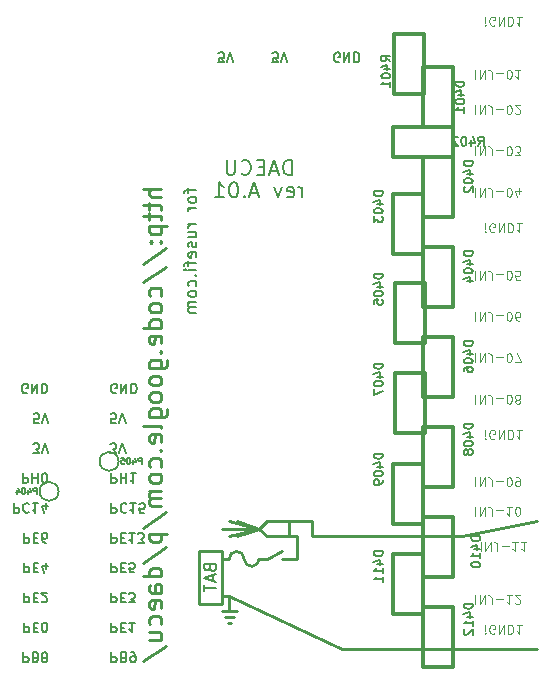
<source format=gbo>
G04 (created by PCBNEW (2013-07-07 BZR 4022)-stable) date 12/03/2014 13:56:11*
%MOIN*%
G04 Gerber Fmt 3.4, Leading zero omitted, Abs format*
%FSLAX34Y34*%
G01*
G70*
G90*
G04 APERTURE LIST*
%ADD10C,0.00590551*%
%ADD11C,0.005*%
%ADD12C,0.0045*%
%ADD13C,0.01*%
%ADD14C,0.012*%
G04 APERTURE END LIST*
G54D10*
G54D11*
X74852Y-56054D02*
X74871Y-56111D01*
X74890Y-56130D01*
X74928Y-56150D01*
X74985Y-56150D01*
X75023Y-56130D01*
X75042Y-56111D01*
X75061Y-56073D01*
X75061Y-55921D01*
X74661Y-55921D01*
X74661Y-56054D01*
X74680Y-56092D01*
X74700Y-56111D01*
X74738Y-56130D01*
X74776Y-56130D01*
X74814Y-56111D01*
X74833Y-56092D01*
X74852Y-56054D01*
X74852Y-55921D01*
X74947Y-56302D02*
X74947Y-56492D01*
X75061Y-56264D02*
X74661Y-56397D01*
X75061Y-56530D01*
X74661Y-56607D02*
X74661Y-56835D01*
X75061Y-56721D02*
X74661Y-56721D01*
G54D12*
X83705Y-50272D02*
X83705Y-50572D01*
X83848Y-50272D02*
X83848Y-50572D01*
X84020Y-50272D01*
X84020Y-50572D01*
X84248Y-50572D02*
X84248Y-50357D01*
X84234Y-50315D01*
X84205Y-50286D01*
X84163Y-50272D01*
X84134Y-50272D01*
X84391Y-50386D02*
X84620Y-50386D01*
X84820Y-50572D02*
X84848Y-50572D01*
X84877Y-50557D01*
X84891Y-50543D01*
X84905Y-50515D01*
X84920Y-50457D01*
X84920Y-50386D01*
X84905Y-50329D01*
X84891Y-50300D01*
X84877Y-50286D01*
X84848Y-50272D01*
X84820Y-50272D01*
X84791Y-50286D01*
X84777Y-50300D01*
X84763Y-50329D01*
X84748Y-50386D01*
X84748Y-50457D01*
X84763Y-50515D01*
X84777Y-50543D01*
X84791Y-50557D01*
X84820Y-50572D01*
X85091Y-50443D02*
X85063Y-50457D01*
X85048Y-50472D01*
X85034Y-50500D01*
X85034Y-50515D01*
X85048Y-50543D01*
X85063Y-50557D01*
X85091Y-50572D01*
X85148Y-50572D01*
X85177Y-50557D01*
X85191Y-50543D01*
X85205Y-50515D01*
X85205Y-50500D01*
X85191Y-50472D01*
X85177Y-50457D01*
X85148Y-50443D01*
X85091Y-50443D01*
X85063Y-50429D01*
X85048Y-50415D01*
X85034Y-50386D01*
X85034Y-50329D01*
X85048Y-50300D01*
X85063Y-50286D01*
X85091Y-50272D01*
X85148Y-50272D01*
X85177Y-50286D01*
X85191Y-50300D01*
X85205Y-50329D01*
X85205Y-50386D01*
X85191Y-50415D01*
X85177Y-50429D01*
X85148Y-50443D01*
X84045Y-37673D02*
X84045Y-37873D01*
X84045Y-37973D02*
X84031Y-37959D01*
X84045Y-37945D01*
X84059Y-37959D01*
X84045Y-37973D01*
X84045Y-37945D01*
X84345Y-37959D02*
X84317Y-37973D01*
X84274Y-37973D01*
X84231Y-37959D01*
X84202Y-37930D01*
X84188Y-37902D01*
X84174Y-37845D01*
X84174Y-37802D01*
X84188Y-37745D01*
X84202Y-37716D01*
X84231Y-37688D01*
X84274Y-37673D01*
X84302Y-37673D01*
X84345Y-37688D01*
X84359Y-37702D01*
X84359Y-37802D01*
X84302Y-37802D01*
X84488Y-37673D02*
X84488Y-37973D01*
X84659Y-37673D01*
X84659Y-37973D01*
X84802Y-37673D02*
X84802Y-37973D01*
X84874Y-37973D01*
X84917Y-37959D01*
X84945Y-37930D01*
X84959Y-37902D01*
X84974Y-37845D01*
X84974Y-37802D01*
X84959Y-37745D01*
X84945Y-37716D01*
X84917Y-37688D01*
X84874Y-37673D01*
X84802Y-37673D01*
X85259Y-37673D02*
X85088Y-37673D01*
X85174Y-37673D02*
X85174Y-37973D01*
X85145Y-37930D01*
X85117Y-37902D01*
X85088Y-37888D01*
X83705Y-39445D02*
X83705Y-39745D01*
X83848Y-39445D02*
X83848Y-39745D01*
X84020Y-39445D01*
X84020Y-39745D01*
X84248Y-39745D02*
X84248Y-39531D01*
X84234Y-39488D01*
X84205Y-39459D01*
X84163Y-39445D01*
X84134Y-39445D01*
X84391Y-39559D02*
X84620Y-39559D01*
X84820Y-39745D02*
X84848Y-39745D01*
X84877Y-39731D01*
X84891Y-39716D01*
X84905Y-39688D01*
X84920Y-39631D01*
X84920Y-39559D01*
X84905Y-39502D01*
X84891Y-39474D01*
X84877Y-39459D01*
X84848Y-39445D01*
X84820Y-39445D01*
X84791Y-39459D01*
X84777Y-39474D01*
X84763Y-39502D01*
X84748Y-39559D01*
X84748Y-39631D01*
X84763Y-39688D01*
X84777Y-39716D01*
X84791Y-39731D01*
X84820Y-39745D01*
X85205Y-39445D02*
X85034Y-39445D01*
X85120Y-39445D02*
X85120Y-39745D01*
X85091Y-39702D01*
X85063Y-39674D01*
X85034Y-39659D01*
X83705Y-40626D02*
X83705Y-40926D01*
X83848Y-40626D02*
X83848Y-40926D01*
X84020Y-40626D01*
X84020Y-40926D01*
X84248Y-40926D02*
X84248Y-40712D01*
X84234Y-40669D01*
X84205Y-40640D01*
X84163Y-40626D01*
X84134Y-40626D01*
X84391Y-40740D02*
X84620Y-40740D01*
X84820Y-40926D02*
X84848Y-40926D01*
X84877Y-40912D01*
X84891Y-40898D01*
X84905Y-40869D01*
X84920Y-40812D01*
X84920Y-40740D01*
X84905Y-40683D01*
X84891Y-40655D01*
X84877Y-40640D01*
X84848Y-40626D01*
X84820Y-40626D01*
X84791Y-40640D01*
X84777Y-40655D01*
X84763Y-40683D01*
X84748Y-40740D01*
X84748Y-40812D01*
X84763Y-40869D01*
X84777Y-40898D01*
X84791Y-40912D01*
X84820Y-40926D01*
X85034Y-40898D02*
X85048Y-40912D01*
X85077Y-40926D01*
X85148Y-40926D01*
X85177Y-40912D01*
X85191Y-40898D01*
X85205Y-40869D01*
X85205Y-40840D01*
X85191Y-40798D01*
X85020Y-40626D01*
X85205Y-40626D01*
X83705Y-42004D02*
X83705Y-42304D01*
X83848Y-42004D02*
X83848Y-42304D01*
X84020Y-42004D01*
X84020Y-42304D01*
X84248Y-42304D02*
X84248Y-42090D01*
X84234Y-42047D01*
X84205Y-42018D01*
X84163Y-42004D01*
X84134Y-42004D01*
X84391Y-42118D02*
X84620Y-42118D01*
X84820Y-42304D02*
X84848Y-42304D01*
X84877Y-42290D01*
X84891Y-42275D01*
X84905Y-42247D01*
X84920Y-42190D01*
X84920Y-42118D01*
X84905Y-42061D01*
X84891Y-42033D01*
X84877Y-42018D01*
X84848Y-42004D01*
X84820Y-42004D01*
X84791Y-42018D01*
X84777Y-42033D01*
X84763Y-42061D01*
X84748Y-42118D01*
X84748Y-42190D01*
X84763Y-42247D01*
X84777Y-42275D01*
X84791Y-42290D01*
X84820Y-42304D01*
X85020Y-42304D02*
X85205Y-42304D01*
X85105Y-42190D01*
X85148Y-42190D01*
X85177Y-42175D01*
X85191Y-42161D01*
X85205Y-42133D01*
X85205Y-42061D01*
X85191Y-42033D01*
X85177Y-42018D01*
X85148Y-42004D01*
X85063Y-42004D01*
X85034Y-42018D01*
X85020Y-42033D01*
X84045Y-44563D02*
X84045Y-44763D01*
X84045Y-44863D02*
X84031Y-44849D01*
X84045Y-44835D01*
X84059Y-44849D01*
X84045Y-44863D01*
X84045Y-44835D01*
X84345Y-44849D02*
X84317Y-44863D01*
X84274Y-44863D01*
X84231Y-44849D01*
X84202Y-44820D01*
X84188Y-44792D01*
X84174Y-44735D01*
X84174Y-44692D01*
X84188Y-44635D01*
X84202Y-44606D01*
X84231Y-44577D01*
X84274Y-44563D01*
X84302Y-44563D01*
X84345Y-44577D01*
X84359Y-44592D01*
X84359Y-44692D01*
X84302Y-44692D01*
X84488Y-44563D02*
X84488Y-44863D01*
X84659Y-44563D01*
X84659Y-44863D01*
X84802Y-44563D02*
X84802Y-44863D01*
X84874Y-44863D01*
X84917Y-44849D01*
X84945Y-44820D01*
X84959Y-44792D01*
X84974Y-44735D01*
X84974Y-44692D01*
X84959Y-44635D01*
X84945Y-44606D01*
X84917Y-44577D01*
X84874Y-44563D01*
X84802Y-44563D01*
X85259Y-44563D02*
X85088Y-44563D01*
X85174Y-44563D02*
X85174Y-44863D01*
X85145Y-44820D01*
X85117Y-44792D01*
X85088Y-44777D01*
X83705Y-43382D02*
X83705Y-43682D01*
X83848Y-43382D02*
X83848Y-43682D01*
X84020Y-43382D01*
X84020Y-43682D01*
X84248Y-43682D02*
X84248Y-43468D01*
X84234Y-43425D01*
X84205Y-43396D01*
X84163Y-43382D01*
X84134Y-43382D01*
X84391Y-43496D02*
X84620Y-43496D01*
X84820Y-43682D02*
X84848Y-43682D01*
X84877Y-43668D01*
X84891Y-43653D01*
X84905Y-43625D01*
X84920Y-43568D01*
X84920Y-43496D01*
X84905Y-43439D01*
X84891Y-43411D01*
X84877Y-43396D01*
X84848Y-43382D01*
X84820Y-43382D01*
X84791Y-43396D01*
X84777Y-43411D01*
X84763Y-43439D01*
X84748Y-43496D01*
X84748Y-43568D01*
X84763Y-43625D01*
X84777Y-43653D01*
X84791Y-43668D01*
X84820Y-43682D01*
X85177Y-43582D02*
X85177Y-43382D01*
X85105Y-43696D02*
X85034Y-43482D01*
X85220Y-43482D01*
X83705Y-46138D02*
X83705Y-46438D01*
X83848Y-46138D02*
X83848Y-46438D01*
X84020Y-46138D01*
X84020Y-46438D01*
X84248Y-46438D02*
X84248Y-46224D01*
X84234Y-46181D01*
X84205Y-46152D01*
X84163Y-46138D01*
X84134Y-46138D01*
X84391Y-46252D02*
X84620Y-46252D01*
X84820Y-46438D02*
X84848Y-46438D01*
X84877Y-46424D01*
X84891Y-46409D01*
X84905Y-46381D01*
X84920Y-46324D01*
X84920Y-46252D01*
X84905Y-46195D01*
X84891Y-46166D01*
X84877Y-46152D01*
X84848Y-46138D01*
X84820Y-46138D01*
X84791Y-46152D01*
X84777Y-46166D01*
X84763Y-46195D01*
X84748Y-46252D01*
X84748Y-46324D01*
X84763Y-46381D01*
X84777Y-46409D01*
X84791Y-46424D01*
X84820Y-46438D01*
X85191Y-46438D02*
X85048Y-46438D01*
X85034Y-46295D01*
X85048Y-46309D01*
X85077Y-46324D01*
X85148Y-46324D01*
X85177Y-46309D01*
X85191Y-46295D01*
X85205Y-46266D01*
X85205Y-46195D01*
X85191Y-46166D01*
X85177Y-46152D01*
X85148Y-46138D01*
X85077Y-46138D01*
X85048Y-46152D01*
X85034Y-46166D01*
X83705Y-47516D02*
X83705Y-47816D01*
X83848Y-47516D02*
X83848Y-47816D01*
X84020Y-47516D01*
X84020Y-47816D01*
X84248Y-47816D02*
X84248Y-47602D01*
X84234Y-47559D01*
X84205Y-47530D01*
X84163Y-47516D01*
X84134Y-47516D01*
X84391Y-47630D02*
X84620Y-47630D01*
X84820Y-47816D02*
X84848Y-47816D01*
X84877Y-47802D01*
X84891Y-47787D01*
X84905Y-47759D01*
X84920Y-47702D01*
X84920Y-47630D01*
X84905Y-47573D01*
X84891Y-47544D01*
X84877Y-47530D01*
X84848Y-47516D01*
X84820Y-47516D01*
X84791Y-47530D01*
X84777Y-47544D01*
X84763Y-47573D01*
X84748Y-47630D01*
X84748Y-47702D01*
X84763Y-47759D01*
X84777Y-47787D01*
X84791Y-47802D01*
X84820Y-47816D01*
X85177Y-47816D02*
X85120Y-47816D01*
X85091Y-47802D01*
X85077Y-47787D01*
X85048Y-47744D01*
X85034Y-47687D01*
X85034Y-47573D01*
X85048Y-47544D01*
X85063Y-47530D01*
X85091Y-47516D01*
X85148Y-47516D01*
X85177Y-47530D01*
X85191Y-47544D01*
X85205Y-47573D01*
X85205Y-47644D01*
X85191Y-47673D01*
X85177Y-47687D01*
X85148Y-47702D01*
X85091Y-47702D01*
X85063Y-47687D01*
X85048Y-47673D01*
X85034Y-47644D01*
X83705Y-48894D02*
X83705Y-49194D01*
X83848Y-48894D02*
X83848Y-49194D01*
X84020Y-48894D01*
X84020Y-49194D01*
X84248Y-49194D02*
X84248Y-48980D01*
X84234Y-48937D01*
X84205Y-48908D01*
X84163Y-48894D01*
X84134Y-48894D01*
X84391Y-49008D02*
X84620Y-49008D01*
X84820Y-49194D02*
X84848Y-49194D01*
X84877Y-49180D01*
X84891Y-49165D01*
X84905Y-49137D01*
X84920Y-49080D01*
X84920Y-49008D01*
X84905Y-48951D01*
X84891Y-48922D01*
X84877Y-48908D01*
X84848Y-48894D01*
X84820Y-48894D01*
X84791Y-48908D01*
X84777Y-48922D01*
X84763Y-48951D01*
X84748Y-49008D01*
X84748Y-49080D01*
X84763Y-49137D01*
X84777Y-49165D01*
X84791Y-49180D01*
X84820Y-49194D01*
X85020Y-49194D02*
X85220Y-49194D01*
X85091Y-48894D01*
X84045Y-51453D02*
X84045Y-51653D01*
X84045Y-51753D02*
X84031Y-51739D01*
X84045Y-51724D01*
X84059Y-51739D01*
X84045Y-51753D01*
X84045Y-51724D01*
X84345Y-51739D02*
X84317Y-51753D01*
X84274Y-51753D01*
X84231Y-51739D01*
X84202Y-51710D01*
X84188Y-51681D01*
X84174Y-51624D01*
X84174Y-51581D01*
X84188Y-51524D01*
X84202Y-51496D01*
X84231Y-51467D01*
X84274Y-51453D01*
X84302Y-51453D01*
X84345Y-51467D01*
X84359Y-51481D01*
X84359Y-51581D01*
X84302Y-51581D01*
X84488Y-51453D02*
X84488Y-51753D01*
X84659Y-51453D01*
X84659Y-51753D01*
X84802Y-51453D02*
X84802Y-51753D01*
X84874Y-51753D01*
X84917Y-51739D01*
X84945Y-51710D01*
X84959Y-51681D01*
X84974Y-51624D01*
X84974Y-51581D01*
X84959Y-51524D01*
X84945Y-51496D01*
X84917Y-51467D01*
X84874Y-51453D01*
X84802Y-51453D01*
X85259Y-51453D02*
X85088Y-51453D01*
X85174Y-51453D02*
X85174Y-51753D01*
X85145Y-51710D01*
X85117Y-51681D01*
X85088Y-51667D01*
X83705Y-54012D02*
X83705Y-54312D01*
X83848Y-54012D02*
X83848Y-54312D01*
X84020Y-54012D01*
X84020Y-54312D01*
X84248Y-54312D02*
X84248Y-54098D01*
X84234Y-54055D01*
X84205Y-54026D01*
X84163Y-54012D01*
X84134Y-54012D01*
X84391Y-54126D02*
X84620Y-54126D01*
X84920Y-54012D02*
X84748Y-54012D01*
X84834Y-54012D02*
X84834Y-54312D01*
X84805Y-54269D01*
X84777Y-54241D01*
X84748Y-54226D01*
X85105Y-54312D02*
X85134Y-54312D01*
X85163Y-54298D01*
X85177Y-54283D01*
X85191Y-54255D01*
X85205Y-54198D01*
X85205Y-54126D01*
X85191Y-54069D01*
X85177Y-54041D01*
X85163Y-54026D01*
X85134Y-54012D01*
X85105Y-54012D01*
X85077Y-54026D01*
X85063Y-54041D01*
X85048Y-54069D01*
X85034Y-54126D01*
X85034Y-54198D01*
X85048Y-54255D01*
X85063Y-54283D01*
X85077Y-54298D01*
X85105Y-54312D01*
X83705Y-53028D02*
X83705Y-53328D01*
X83848Y-53028D02*
X83848Y-53328D01*
X84020Y-53028D01*
X84020Y-53328D01*
X84248Y-53328D02*
X84248Y-53113D01*
X84234Y-53071D01*
X84205Y-53042D01*
X84163Y-53028D01*
X84134Y-53028D01*
X84391Y-53142D02*
X84620Y-53142D01*
X84820Y-53328D02*
X84848Y-53328D01*
X84877Y-53313D01*
X84891Y-53299D01*
X84905Y-53271D01*
X84920Y-53213D01*
X84920Y-53142D01*
X84905Y-53085D01*
X84891Y-53056D01*
X84877Y-53042D01*
X84848Y-53028D01*
X84820Y-53028D01*
X84791Y-53042D01*
X84777Y-53056D01*
X84763Y-53085D01*
X84748Y-53142D01*
X84748Y-53213D01*
X84763Y-53271D01*
X84777Y-53299D01*
X84791Y-53313D01*
X84820Y-53328D01*
X85063Y-53028D02*
X85120Y-53028D01*
X85148Y-53042D01*
X85163Y-53056D01*
X85191Y-53099D01*
X85205Y-53156D01*
X85205Y-53271D01*
X85191Y-53299D01*
X85177Y-53313D01*
X85148Y-53328D01*
X85091Y-53328D01*
X85063Y-53313D01*
X85048Y-53299D01*
X85034Y-53271D01*
X85034Y-53199D01*
X85048Y-53171D01*
X85063Y-53156D01*
X85091Y-53142D01*
X85148Y-53142D01*
X85177Y-53156D01*
X85191Y-53171D01*
X85205Y-53199D01*
X83705Y-56965D02*
X83705Y-57265D01*
X83848Y-56965D02*
X83848Y-57265D01*
X84020Y-56965D01*
X84020Y-57265D01*
X84248Y-57265D02*
X84248Y-57050D01*
X84234Y-57008D01*
X84205Y-56979D01*
X84163Y-56965D01*
X84134Y-56965D01*
X84391Y-57079D02*
X84620Y-57079D01*
X84920Y-56965D02*
X84748Y-56965D01*
X84834Y-56965D02*
X84834Y-57265D01*
X84805Y-57222D01*
X84777Y-57193D01*
X84748Y-57179D01*
X85034Y-57236D02*
X85048Y-57250D01*
X85077Y-57265D01*
X85148Y-57265D01*
X85177Y-57250D01*
X85191Y-57236D01*
X85205Y-57208D01*
X85205Y-57179D01*
X85191Y-57136D01*
X85020Y-56965D01*
X85205Y-56965D01*
X83902Y-55193D02*
X83902Y-55493D01*
X84045Y-55193D02*
X84045Y-55493D01*
X84217Y-55193D01*
X84217Y-55493D01*
X84445Y-55493D02*
X84445Y-55279D01*
X84431Y-55236D01*
X84402Y-55207D01*
X84359Y-55193D01*
X84331Y-55193D01*
X84588Y-55307D02*
X84817Y-55307D01*
X85117Y-55193D02*
X84945Y-55193D01*
X85031Y-55193D02*
X85031Y-55493D01*
X85002Y-55450D01*
X84974Y-55422D01*
X84945Y-55407D01*
X85402Y-55193D02*
X85231Y-55193D01*
X85317Y-55193D02*
X85317Y-55493D01*
X85288Y-55450D01*
X85259Y-55422D01*
X85231Y-55407D01*
X84045Y-57949D02*
X84045Y-58149D01*
X84045Y-58249D02*
X84031Y-58235D01*
X84045Y-58220D01*
X84059Y-58235D01*
X84045Y-58249D01*
X84045Y-58220D01*
X84345Y-58235D02*
X84317Y-58249D01*
X84274Y-58249D01*
X84231Y-58235D01*
X84202Y-58206D01*
X84188Y-58178D01*
X84174Y-58120D01*
X84174Y-58078D01*
X84188Y-58020D01*
X84202Y-57992D01*
X84231Y-57963D01*
X84274Y-57949D01*
X84302Y-57949D01*
X84345Y-57963D01*
X84359Y-57978D01*
X84359Y-58078D01*
X84302Y-58078D01*
X84488Y-57949D02*
X84488Y-58249D01*
X84659Y-57949D01*
X84659Y-58249D01*
X84802Y-57949D02*
X84802Y-58249D01*
X84874Y-58249D01*
X84917Y-58235D01*
X84945Y-58206D01*
X84959Y-58178D01*
X84974Y-58120D01*
X84974Y-58078D01*
X84959Y-58020D01*
X84945Y-57992D01*
X84917Y-57963D01*
X84874Y-57949D01*
X84802Y-57949D01*
X85259Y-57949D02*
X85088Y-57949D01*
X85174Y-57949D02*
X85174Y-58249D01*
X85145Y-58206D01*
X85117Y-58178D01*
X85088Y-58163D01*
G54D13*
X79250Y-58750D02*
X75500Y-57000D01*
X82250Y-58750D02*
X79250Y-58750D01*
X85750Y-58750D02*
X82250Y-58750D01*
X75450Y-57900D02*
X75550Y-57900D01*
X75350Y-57700D02*
X75650Y-57700D01*
X75250Y-57500D02*
X75750Y-57500D01*
X75500Y-57000D02*
X75500Y-57500D01*
X75250Y-57000D02*
X75500Y-57000D01*
X75500Y-55750D02*
X75250Y-55750D01*
X74500Y-55500D02*
X75250Y-55500D01*
X74500Y-57250D02*
X74500Y-55500D01*
X75250Y-57250D02*
X74500Y-57250D01*
X75250Y-55500D02*
X75250Y-57250D01*
X83250Y-55000D02*
X85750Y-54500D01*
X78250Y-55000D02*
X83250Y-55000D01*
X78250Y-54500D02*
X78250Y-55000D01*
X77500Y-54500D02*
X78250Y-54500D01*
X77750Y-55000D02*
X77750Y-55500D01*
X77500Y-55000D02*
X77750Y-55000D01*
X76500Y-54750D02*
X75250Y-54750D01*
X76500Y-54750D02*
X75500Y-55000D01*
X76500Y-54750D02*
X75500Y-54500D01*
X76500Y-54750D02*
X75750Y-54500D01*
X76500Y-54750D02*
X75750Y-55000D01*
X76750Y-55000D02*
X77500Y-55000D01*
X76500Y-54750D02*
X76750Y-55000D01*
X76750Y-54500D02*
X76500Y-54750D01*
X77500Y-54500D02*
X76750Y-54500D01*
X77500Y-55000D02*
X77500Y-54500D01*
X77750Y-55750D02*
X77750Y-55500D01*
X77250Y-55750D02*
X77750Y-55750D01*
X76750Y-55750D02*
X77250Y-55500D01*
X76500Y-55750D02*
X76750Y-55750D01*
X76250Y-56000D02*
G75*
G03X76500Y-55750I0J250D01*
G74*
G01*
X76000Y-55750D02*
G75*
G03X76250Y-56000I250J0D01*
G74*
G01*
X76000Y-55750D02*
G75*
G03X75750Y-55500I-250J0D01*
G74*
G01*
X75750Y-55500D02*
G75*
G03X75500Y-55750I0J-250D01*
G74*
G01*
X73242Y-43421D02*
X72642Y-43421D01*
X73242Y-43678D02*
X72928Y-43678D01*
X72871Y-43650D01*
X72842Y-43592D01*
X72842Y-43507D01*
X72871Y-43450D01*
X72900Y-43421D01*
X72842Y-43878D02*
X72842Y-44107D01*
X72642Y-43964D02*
X73157Y-43964D01*
X73214Y-43992D01*
X73242Y-44050D01*
X73242Y-44107D01*
X72842Y-44221D02*
X72842Y-44450D01*
X72642Y-44307D02*
X73157Y-44307D01*
X73214Y-44335D01*
X73242Y-44392D01*
X73242Y-44450D01*
X72842Y-44650D02*
X73442Y-44650D01*
X72871Y-44650D02*
X72842Y-44707D01*
X72842Y-44821D01*
X72871Y-44878D01*
X72900Y-44907D01*
X72957Y-44935D01*
X73128Y-44935D01*
X73185Y-44907D01*
X73214Y-44878D01*
X73242Y-44821D01*
X73242Y-44707D01*
X73214Y-44650D01*
X73185Y-45192D02*
X73214Y-45221D01*
X73242Y-45192D01*
X73214Y-45164D01*
X73185Y-45192D01*
X73242Y-45192D01*
X72871Y-45192D02*
X72900Y-45221D01*
X72928Y-45192D01*
X72900Y-45164D01*
X72871Y-45192D01*
X72928Y-45192D01*
X72614Y-45907D02*
X73385Y-45392D01*
X72614Y-46535D02*
X73385Y-46021D01*
X73214Y-46992D02*
X73242Y-46935D01*
X73242Y-46821D01*
X73214Y-46764D01*
X73185Y-46735D01*
X73128Y-46707D01*
X72957Y-46707D01*
X72900Y-46735D01*
X72871Y-46764D01*
X72842Y-46821D01*
X72842Y-46935D01*
X72871Y-46992D01*
X73242Y-47335D02*
X73214Y-47278D01*
X73185Y-47250D01*
X73128Y-47221D01*
X72957Y-47221D01*
X72900Y-47250D01*
X72871Y-47278D01*
X72842Y-47335D01*
X72842Y-47421D01*
X72871Y-47478D01*
X72900Y-47507D01*
X72957Y-47535D01*
X73128Y-47535D01*
X73185Y-47507D01*
X73214Y-47478D01*
X73242Y-47421D01*
X73242Y-47335D01*
X73242Y-48050D02*
X72642Y-48050D01*
X73214Y-48050D02*
X73242Y-47992D01*
X73242Y-47878D01*
X73214Y-47821D01*
X73185Y-47792D01*
X73128Y-47764D01*
X72957Y-47764D01*
X72900Y-47792D01*
X72871Y-47821D01*
X72842Y-47878D01*
X72842Y-47992D01*
X72871Y-48050D01*
X73214Y-48564D02*
X73242Y-48507D01*
X73242Y-48392D01*
X73214Y-48335D01*
X73157Y-48307D01*
X72928Y-48307D01*
X72871Y-48335D01*
X72842Y-48392D01*
X72842Y-48507D01*
X72871Y-48564D01*
X72928Y-48592D01*
X72985Y-48592D01*
X73042Y-48307D01*
X73185Y-48850D02*
X73214Y-48878D01*
X73242Y-48850D01*
X73214Y-48821D01*
X73185Y-48850D01*
X73242Y-48850D01*
X72842Y-49392D02*
X73328Y-49392D01*
X73385Y-49364D01*
X73414Y-49335D01*
X73442Y-49278D01*
X73442Y-49192D01*
X73414Y-49135D01*
X73214Y-49392D02*
X73242Y-49335D01*
X73242Y-49221D01*
X73214Y-49164D01*
X73185Y-49135D01*
X73128Y-49107D01*
X72957Y-49107D01*
X72900Y-49135D01*
X72871Y-49164D01*
X72842Y-49221D01*
X72842Y-49335D01*
X72871Y-49392D01*
X73242Y-49764D02*
X73214Y-49707D01*
X73185Y-49678D01*
X73128Y-49650D01*
X72957Y-49650D01*
X72900Y-49678D01*
X72871Y-49707D01*
X72842Y-49764D01*
X72842Y-49850D01*
X72871Y-49907D01*
X72900Y-49935D01*
X72957Y-49964D01*
X73128Y-49964D01*
X73185Y-49935D01*
X73214Y-49907D01*
X73242Y-49850D01*
X73242Y-49764D01*
X73242Y-50307D02*
X73214Y-50250D01*
X73185Y-50221D01*
X73128Y-50192D01*
X72957Y-50192D01*
X72900Y-50221D01*
X72871Y-50250D01*
X72842Y-50307D01*
X72842Y-50392D01*
X72871Y-50450D01*
X72900Y-50478D01*
X72957Y-50507D01*
X73128Y-50507D01*
X73185Y-50478D01*
X73214Y-50450D01*
X73242Y-50392D01*
X73242Y-50307D01*
X72842Y-51021D02*
X73328Y-51021D01*
X73385Y-50992D01*
X73414Y-50964D01*
X73442Y-50907D01*
X73442Y-50821D01*
X73414Y-50764D01*
X73214Y-51021D02*
X73242Y-50964D01*
X73242Y-50849D01*
X73214Y-50792D01*
X73185Y-50764D01*
X73128Y-50735D01*
X72957Y-50735D01*
X72900Y-50764D01*
X72871Y-50792D01*
X72842Y-50849D01*
X72842Y-50964D01*
X72871Y-51021D01*
X73242Y-51392D02*
X73214Y-51335D01*
X73157Y-51307D01*
X72642Y-51307D01*
X73214Y-51850D02*
X73242Y-51792D01*
X73242Y-51678D01*
X73214Y-51621D01*
X73157Y-51592D01*
X72928Y-51592D01*
X72871Y-51621D01*
X72842Y-51678D01*
X72842Y-51792D01*
X72871Y-51850D01*
X72928Y-51878D01*
X72985Y-51878D01*
X73042Y-51592D01*
X73185Y-52135D02*
X73214Y-52164D01*
X73242Y-52135D01*
X73214Y-52107D01*
X73185Y-52135D01*
X73242Y-52135D01*
X73214Y-52678D02*
X73242Y-52621D01*
X73242Y-52507D01*
X73214Y-52450D01*
X73185Y-52421D01*
X73128Y-52392D01*
X72957Y-52392D01*
X72900Y-52421D01*
X72871Y-52450D01*
X72842Y-52507D01*
X72842Y-52621D01*
X72871Y-52678D01*
X73242Y-53021D02*
X73214Y-52964D01*
X73185Y-52935D01*
X73128Y-52907D01*
X72957Y-52907D01*
X72900Y-52935D01*
X72871Y-52964D01*
X72842Y-53021D01*
X72842Y-53107D01*
X72871Y-53164D01*
X72900Y-53192D01*
X72957Y-53221D01*
X73128Y-53221D01*
X73185Y-53192D01*
X73214Y-53164D01*
X73242Y-53107D01*
X73242Y-53021D01*
X73242Y-53478D02*
X72842Y-53478D01*
X72900Y-53478D02*
X72871Y-53507D01*
X72842Y-53564D01*
X72842Y-53650D01*
X72871Y-53707D01*
X72928Y-53735D01*
X73242Y-53735D01*
X72928Y-53735D02*
X72871Y-53764D01*
X72842Y-53821D01*
X72842Y-53907D01*
X72871Y-53964D01*
X72928Y-53992D01*
X73242Y-53992D01*
X72614Y-54707D02*
X73385Y-54192D01*
X72842Y-54907D02*
X73442Y-54907D01*
X72871Y-54907D02*
X72842Y-54964D01*
X72842Y-55078D01*
X72871Y-55135D01*
X72900Y-55164D01*
X72957Y-55192D01*
X73128Y-55192D01*
X73185Y-55164D01*
X73214Y-55135D01*
X73242Y-55078D01*
X73242Y-54964D01*
X73214Y-54907D01*
X72614Y-55878D02*
X73385Y-55364D01*
X73242Y-56335D02*
X72642Y-56335D01*
X73214Y-56335D02*
X73242Y-56278D01*
X73242Y-56164D01*
X73214Y-56107D01*
X73185Y-56078D01*
X73128Y-56049D01*
X72957Y-56049D01*
X72900Y-56078D01*
X72871Y-56107D01*
X72842Y-56164D01*
X72842Y-56278D01*
X72871Y-56335D01*
X73242Y-56878D02*
X72928Y-56878D01*
X72871Y-56849D01*
X72842Y-56792D01*
X72842Y-56678D01*
X72871Y-56621D01*
X73214Y-56878D02*
X73242Y-56821D01*
X73242Y-56678D01*
X73214Y-56621D01*
X73157Y-56592D01*
X73100Y-56592D01*
X73042Y-56621D01*
X73014Y-56678D01*
X73014Y-56821D01*
X72985Y-56878D01*
X73214Y-57392D02*
X73242Y-57335D01*
X73242Y-57221D01*
X73214Y-57164D01*
X73157Y-57135D01*
X72928Y-57135D01*
X72871Y-57164D01*
X72842Y-57221D01*
X72842Y-57335D01*
X72871Y-57392D01*
X72928Y-57421D01*
X72985Y-57421D01*
X73042Y-57135D01*
X73214Y-57935D02*
X73242Y-57878D01*
X73242Y-57764D01*
X73214Y-57707D01*
X73185Y-57678D01*
X73128Y-57649D01*
X72957Y-57649D01*
X72900Y-57678D01*
X72871Y-57707D01*
X72842Y-57764D01*
X72842Y-57878D01*
X72871Y-57935D01*
X72842Y-58449D02*
X73242Y-58449D01*
X72842Y-58192D02*
X73157Y-58192D01*
X73214Y-58221D01*
X73242Y-58278D01*
X73242Y-58364D01*
X73214Y-58421D01*
X73185Y-58449D01*
X72614Y-59164D02*
X73385Y-58649D01*
G54D11*
X75320Y-39190D02*
X75168Y-39190D01*
X75153Y-39038D01*
X75168Y-39053D01*
X75199Y-39068D01*
X75275Y-39068D01*
X75305Y-39053D01*
X75320Y-39038D01*
X75336Y-39007D01*
X75336Y-38931D01*
X75320Y-38900D01*
X75305Y-38885D01*
X75275Y-38870D01*
X75199Y-38870D01*
X75168Y-38885D01*
X75153Y-38900D01*
X75427Y-39190D02*
X75534Y-38870D01*
X75640Y-39190D01*
X76936Y-39190D02*
X77134Y-39190D01*
X77027Y-39068D01*
X77073Y-39068D01*
X77103Y-39053D01*
X77119Y-39038D01*
X77134Y-39007D01*
X77134Y-38931D01*
X77119Y-38900D01*
X77103Y-38885D01*
X77073Y-38870D01*
X76981Y-38870D01*
X76951Y-38885D01*
X76936Y-38900D01*
X77225Y-39190D02*
X77332Y-38870D01*
X77439Y-39190D01*
X79176Y-39175D02*
X79145Y-39190D01*
X79099Y-39190D01*
X79054Y-39175D01*
X79023Y-39144D01*
X79008Y-39114D01*
X78993Y-39053D01*
X78993Y-39007D01*
X79008Y-38946D01*
X79023Y-38916D01*
X79054Y-38885D01*
X79099Y-38870D01*
X79130Y-38870D01*
X79176Y-38885D01*
X79191Y-38900D01*
X79191Y-39007D01*
X79130Y-39007D01*
X79328Y-38870D02*
X79328Y-39190D01*
X79511Y-38870D01*
X79511Y-39190D01*
X79663Y-38870D02*
X79663Y-39190D01*
X79740Y-39190D01*
X79785Y-39175D01*
X79816Y-39144D01*
X79831Y-39114D01*
X79846Y-39053D01*
X79846Y-39007D01*
X79831Y-38946D01*
X79816Y-38916D01*
X79785Y-38885D01*
X79740Y-38870D01*
X79663Y-38870D01*
X68631Y-58870D02*
X68631Y-59190D01*
X68753Y-59190D01*
X68783Y-59175D01*
X68799Y-59160D01*
X68814Y-59129D01*
X68814Y-59083D01*
X68799Y-59053D01*
X68783Y-59038D01*
X68753Y-59022D01*
X68631Y-59022D01*
X69058Y-59038D02*
X69103Y-59022D01*
X69119Y-59007D01*
X69134Y-58977D01*
X69134Y-58931D01*
X69119Y-58900D01*
X69103Y-58885D01*
X69073Y-58870D01*
X68951Y-58870D01*
X68951Y-59190D01*
X69058Y-59190D01*
X69088Y-59175D01*
X69103Y-59160D01*
X69119Y-59129D01*
X69119Y-59099D01*
X69103Y-59068D01*
X69088Y-59053D01*
X69058Y-59038D01*
X68951Y-59038D01*
X69317Y-59053D02*
X69286Y-59068D01*
X69271Y-59083D01*
X69256Y-59114D01*
X69256Y-59129D01*
X69271Y-59160D01*
X69286Y-59175D01*
X69317Y-59190D01*
X69378Y-59190D01*
X69408Y-59175D01*
X69423Y-59160D01*
X69439Y-59129D01*
X69439Y-59114D01*
X69423Y-59083D01*
X69408Y-59068D01*
X69378Y-59053D01*
X69317Y-59053D01*
X69286Y-59038D01*
X69271Y-59022D01*
X69256Y-58992D01*
X69256Y-58931D01*
X69271Y-58900D01*
X69286Y-58885D01*
X69317Y-58870D01*
X69378Y-58870D01*
X69408Y-58885D01*
X69423Y-58900D01*
X69439Y-58931D01*
X69439Y-58992D01*
X69423Y-59022D01*
X69408Y-59038D01*
X69378Y-59053D01*
X68661Y-57874D02*
X68661Y-58194D01*
X68783Y-58194D01*
X68814Y-58179D01*
X68829Y-58164D01*
X68844Y-58133D01*
X68844Y-58087D01*
X68829Y-58057D01*
X68814Y-58042D01*
X68783Y-58026D01*
X68661Y-58026D01*
X68981Y-58042D02*
X69088Y-58042D01*
X69134Y-57874D02*
X68981Y-57874D01*
X68981Y-58194D01*
X69134Y-58194D01*
X69332Y-58194D02*
X69362Y-58194D01*
X69393Y-58179D01*
X69408Y-58164D01*
X69423Y-58133D01*
X69439Y-58072D01*
X69439Y-57996D01*
X69423Y-57935D01*
X69408Y-57904D01*
X69393Y-57889D01*
X69362Y-57874D01*
X69332Y-57874D01*
X69301Y-57889D01*
X69286Y-57904D01*
X69271Y-57935D01*
X69256Y-57996D01*
X69256Y-58072D01*
X69271Y-58133D01*
X69286Y-58164D01*
X69301Y-58179D01*
X69332Y-58194D01*
X68661Y-56878D02*
X68661Y-57198D01*
X68783Y-57198D01*
X68814Y-57183D01*
X68829Y-57168D01*
X68844Y-57137D01*
X68844Y-57091D01*
X68829Y-57061D01*
X68814Y-57046D01*
X68783Y-57030D01*
X68661Y-57030D01*
X68981Y-57046D02*
X69088Y-57046D01*
X69134Y-56878D02*
X68981Y-56878D01*
X68981Y-57198D01*
X69134Y-57198D01*
X69256Y-57168D02*
X69271Y-57183D01*
X69301Y-57198D01*
X69378Y-57198D01*
X69408Y-57183D01*
X69423Y-57168D01*
X69439Y-57137D01*
X69439Y-57107D01*
X69423Y-57061D01*
X69240Y-56878D01*
X69439Y-56878D01*
X68661Y-55882D02*
X68661Y-56202D01*
X68783Y-56202D01*
X68814Y-56187D01*
X68829Y-56172D01*
X68844Y-56141D01*
X68844Y-56095D01*
X68829Y-56065D01*
X68814Y-56050D01*
X68783Y-56034D01*
X68661Y-56034D01*
X68981Y-56050D02*
X69088Y-56050D01*
X69134Y-55882D02*
X68981Y-55882D01*
X68981Y-56202D01*
X69134Y-56202D01*
X69408Y-56095D02*
X69408Y-55882D01*
X69332Y-56217D02*
X69256Y-55989D01*
X69454Y-55989D01*
X68661Y-54886D02*
X68661Y-55206D01*
X68783Y-55206D01*
X68814Y-55191D01*
X68829Y-55176D01*
X68844Y-55145D01*
X68844Y-55099D01*
X68829Y-55069D01*
X68814Y-55054D01*
X68783Y-55038D01*
X68661Y-55038D01*
X68981Y-55054D02*
X69088Y-55054D01*
X69134Y-54886D02*
X68981Y-54886D01*
X68981Y-55206D01*
X69134Y-55206D01*
X69408Y-55206D02*
X69347Y-55206D01*
X69317Y-55191D01*
X69301Y-55176D01*
X69271Y-55130D01*
X69256Y-55069D01*
X69256Y-54947D01*
X69271Y-54916D01*
X69286Y-54901D01*
X69317Y-54886D01*
X69378Y-54886D01*
X69408Y-54901D01*
X69423Y-54916D01*
X69439Y-54947D01*
X69439Y-55023D01*
X69423Y-55054D01*
X69408Y-55069D01*
X69378Y-55084D01*
X69317Y-55084D01*
X69286Y-55069D01*
X69271Y-55054D01*
X69256Y-55023D01*
X68326Y-53890D02*
X68326Y-54210D01*
X68448Y-54210D01*
X68479Y-54195D01*
X68494Y-54180D01*
X68509Y-54149D01*
X68509Y-54103D01*
X68494Y-54073D01*
X68479Y-54058D01*
X68448Y-54042D01*
X68326Y-54042D01*
X68829Y-53920D02*
X68814Y-53905D01*
X68768Y-53890D01*
X68738Y-53890D01*
X68692Y-53905D01*
X68661Y-53936D01*
X68646Y-53966D01*
X68631Y-54027D01*
X68631Y-54073D01*
X68646Y-54134D01*
X68661Y-54164D01*
X68692Y-54195D01*
X68738Y-54210D01*
X68768Y-54210D01*
X68814Y-54195D01*
X68829Y-54180D01*
X69134Y-53890D02*
X68951Y-53890D01*
X69042Y-53890D02*
X69042Y-54210D01*
X69012Y-54164D01*
X68981Y-54134D01*
X68951Y-54119D01*
X69408Y-54103D02*
X69408Y-53890D01*
X69332Y-54225D02*
X69256Y-53997D01*
X69454Y-53997D01*
X68616Y-52894D02*
X68616Y-53214D01*
X68738Y-53214D01*
X68768Y-53199D01*
X68783Y-53184D01*
X68799Y-53153D01*
X68799Y-53107D01*
X68783Y-53077D01*
X68768Y-53062D01*
X68738Y-53046D01*
X68616Y-53046D01*
X68936Y-52894D02*
X68936Y-53214D01*
X68936Y-53062D02*
X69119Y-53062D01*
X69119Y-52894D02*
X69119Y-53214D01*
X69332Y-53214D02*
X69362Y-53214D01*
X69393Y-53199D01*
X69408Y-53184D01*
X69423Y-53153D01*
X69439Y-53092D01*
X69439Y-53016D01*
X69423Y-52955D01*
X69408Y-52924D01*
X69393Y-52909D01*
X69362Y-52894D01*
X69332Y-52894D01*
X69301Y-52909D01*
X69286Y-52924D01*
X69271Y-52955D01*
X69256Y-53016D01*
X69256Y-53092D01*
X69271Y-53153D01*
X69286Y-53184D01*
X69301Y-53199D01*
X69332Y-53214D01*
X68966Y-52218D02*
X69164Y-52218D01*
X69058Y-52096D01*
X69103Y-52096D01*
X69134Y-52081D01*
X69149Y-52066D01*
X69164Y-52035D01*
X69164Y-51959D01*
X69149Y-51928D01*
X69134Y-51913D01*
X69103Y-51898D01*
X69012Y-51898D01*
X68981Y-51913D01*
X68966Y-51928D01*
X69256Y-52218D02*
X69362Y-51898D01*
X69469Y-52218D01*
X69149Y-51222D02*
X68997Y-51222D01*
X68981Y-51070D01*
X68997Y-51085D01*
X69027Y-51100D01*
X69103Y-51100D01*
X69134Y-51085D01*
X69149Y-51070D01*
X69164Y-51039D01*
X69164Y-50963D01*
X69149Y-50932D01*
X69134Y-50917D01*
X69103Y-50902D01*
X69027Y-50902D01*
X68997Y-50917D01*
X68981Y-50932D01*
X69256Y-51222D02*
X69362Y-50902D01*
X69469Y-51222D01*
X68768Y-50211D02*
X68738Y-50226D01*
X68692Y-50226D01*
X68646Y-50211D01*
X68616Y-50180D01*
X68600Y-50150D01*
X68585Y-50089D01*
X68585Y-50043D01*
X68600Y-49982D01*
X68616Y-49952D01*
X68646Y-49921D01*
X68692Y-49906D01*
X68722Y-49906D01*
X68768Y-49921D01*
X68783Y-49936D01*
X68783Y-50043D01*
X68722Y-50043D01*
X68920Y-49906D02*
X68920Y-50226D01*
X69103Y-49906D01*
X69103Y-50226D01*
X69256Y-49906D02*
X69256Y-50226D01*
X69332Y-50226D01*
X69378Y-50211D01*
X69408Y-50180D01*
X69423Y-50150D01*
X69439Y-50089D01*
X69439Y-50043D01*
X69423Y-49982D01*
X69408Y-49952D01*
X69378Y-49921D01*
X69332Y-49906D01*
X69256Y-49906D01*
X71576Y-58870D02*
X71576Y-59190D01*
X71698Y-59190D01*
X71728Y-59175D01*
X71743Y-59160D01*
X71759Y-59129D01*
X71759Y-59083D01*
X71743Y-59053D01*
X71728Y-59038D01*
X71698Y-59022D01*
X71576Y-59022D01*
X72002Y-59038D02*
X72048Y-59022D01*
X72063Y-59007D01*
X72079Y-58977D01*
X72079Y-58931D01*
X72063Y-58900D01*
X72048Y-58885D01*
X72018Y-58870D01*
X71896Y-58870D01*
X71896Y-59190D01*
X72002Y-59190D01*
X72033Y-59175D01*
X72048Y-59160D01*
X72063Y-59129D01*
X72063Y-59099D01*
X72048Y-59068D01*
X72033Y-59053D01*
X72002Y-59038D01*
X71896Y-59038D01*
X72231Y-58870D02*
X72292Y-58870D01*
X72322Y-58885D01*
X72338Y-58900D01*
X72368Y-58946D01*
X72383Y-59007D01*
X72383Y-59129D01*
X72368Y-59160D01*
X72353Y-59175D01*
X72322Y-59190D01*
X72261Y-59190D01*
X72231Y-59175D01*
X72216Y-59160D01*
X72200Y-59129D01*
X72200Y-59053D01*
X72216Y-59022D01*
X72231Y-59007D01*
X72261Y-58992D01*
X72322Y-58992D01*
X72353Y-59007D01*
X72368Y-59022D01*
X72383Y-59053D01*
X71576Y-57874D02*
X71576Y-58194D01*
X71698Y-58194D01*
X71728Y-58179D01*
X71743Y-58164D01*
X71759Y-58133D01*
X71759Y-58087D01*
X71743Y-58057D01*
X71728Y-58042D01*
X71698Y-58026D01*
X71576Y-58026D01*
X71896Y-58042D02*
X72002Y-58042D01*
X72048Y-57874D02*
X71896Y-57874D01*
X71896Y-58194D01*
X72048Y-58194D01*
X72353Y-57874D02*
X72170Y-57874D01*
X72261Y-57874D02*
X72261Y-58194D01*
X72231Y-58148D01*
X72200Y-58118D01*
X72170Y-58103D01*
X71576Y-56878D02*
X71576Y-57198D01*
X71698Y-57198D01*
X71728Y-57183D01*
X71743Y-57168D01*
X71759Y-57137D01*
X71759Y-57091D01*
X71743Y-57061D01*
X71728Y-57046D01*
X71698Y-57030D01*
X71576Y-57030D01*
X71896Y-57046D02*
X72002Y-57046D01*
X72048Y-56878D02*
X71896Y-56878D01*
X71896Y-57198D01*
X72048Y-57198D01*
X72155Y-57198D02*
X72353Y-57198D01*
X72246Y-57076D01*
X72292Y-57076D01*
X72322Y-57061D01*
X72338Y-57046D01*
X72353Y-57015D01*
X72353Y-56939D01*
X72338Y-56908D01*
X72322Y-56893D01*
X72292Y-56878D01*
X72200Y-56878D01*
X72170Y-56893D01*
X72155Y-56908D01*
X71576Y-55882D02*
X71576Y-56202D01*
X71698Y-56202D01*
X71728Y-56187D01*
X71743Y-56172D01*
X71759Y-56141D01*
X71759Y-56095D01*
X71743Y-56065D01*
X71728Y-56050D01*
X71698Y-56034D01*
X71576Y-56034D01*
X71896Y-56050D02*
X72002Y-56050D01*
X72048Y-55882D02*
X71896Y-55882D01*
X71896Y-56202D01*
X72048Y-56202D01*
X72338Y-56202D02*
X72185Y-56202D01*
X72170Y-56050D01*
X72185Y-56065D01*
X72216Y-56080D01*
X72292Y-56080D01*
X72322Y-56065D01*
X72338Y-56050D01*
X72353Y-56019D01*
X72353Y-55943D01*
X72338Y-55912D01*
X72322Y-55897D01*
X72292Y-55882D01*
X72216Y-55882D01*
X72185Y-55897D01*
X72170Y-55912D01*
X71576Y-54886D02*
X71576Y-55206D01*
X71698Y-55206D01*
X71728Y-55191D01*
X71743Y-55176D01*
X71759Y-55145D01*
X71759Y-55099D01*
X71743Y-55069D01*
X71728Y-55054D01*
X71698Y-55038D01*
X71576Y-55038D01*
X71896Y-55054D02*
X72002Y-55054D01*
X72048Y-54886D02*
X71896Y-54886D01*
X71896Y-55206D01*
X72048Y-55206D01*
X72353Y-54886D02*
X72170Y-54886D01*
X72261Y-54886D02*
X72261Y-55206D01*
X72231Y-55160D01*
X72200Y-55130D01*
X72170Y-55115D01*
X72459Y-55206D02*
X72658Y-55206D01*
X72551Y-55084D01*
X72597Y-55084D01*
X72627Y-55069D01*
X72642Y-55054D01*
X72658Y-55023D01*
X72658Y-54947D01*
X72642Y-54916D01*
X72627Y-54901D01*
X72597Y-54886D01*
X72505Y-54886D01*
X72475Y-54901D01*
X72459Y-54916D01*
X71576Y-53890D02*
X71576Y-54210D01*
X71698Y-54210D01*
X71728Y-54195D01*
X71743Y-54180D01*
X71759Y-54149D01*
X71759Y-54103D01*
X71743Y-54073D01*
X71728Y-54058D01*
X71698Y-54042D01*
X71576Y-54042D01*
X72079Y-53920D02*
X72063Y-53905D01*
X72018Y-53890D01*
X71987Y-53890D01*
X71941Y-53905D01*
X71911Y-53936D01*
X71896Y-53966D01*
X71880Y-54027D01*
X71880Y-54073D01*
X71896Y-54134D01*
X71911Y-54164D01*
X71941Y-54195D01*
X71987Y-54210D01*
X72018Y-54210D01*
X72063Y-54195D01*
X72079Y-54180D01*
X72383Y-53890D02*
X72200Y-53890D01*
X72292Y-53890D02*
X72292Y-54210D01*
X72261Y-54164D01*
X72231Y-54134D01*
X72200Y-54119D01*
X72673Y-54210D02*
X72520Y-54210D01*
X72505Y-54058D01*
X72520Y-54073D01*
X72551Y-54088D01*
X72627Y-54088D01*
X72658Y-54073D01*
X72673Y-54058D01*
X72688Y-54027D01*
X72688Y-53951D01*
X72673Y-53920D01*
X72658Y-53905D01*
X72627Y-53890D01*
X72551Y-53890D01*
X72520Y-53905D01*
X72505Y-53920D01*
X71576Y-52894D02*
X71576Y-53214D01*
X71698Y-53214D01*
X71728Y-53199D01*
X71743Y-53184D01*
X71759Y-53153D01*
X71759Y-53107D01*
X71743Y-53077D01*
X71728Y-53062D01*
X71698Y-53046D01*
X71576Y-53046D01*
X71896Y-52894D02*
X71896Y-53214D01*
X71896Y-53062D02*
X72079Y-53062D01*
X72079Y-52894D02*
X72079Y-53214D01*
X72399Y-52894D02*
X72216Y-52894D01*
X72307Y-52894D02*
X72307Y-53214D01*
X72277Y-53168D01*
X72246Y-53138D01*
X72216Y-53123D01*
X71545Y-52218D02*
X71743Y-52218D01*
X71637Y-52096D01*
X71682Y-52096D01*
X71713Y-52081D01*
X71728Y-52066D01*
X71743Y-52035D01*
X71743Y-51959D01*
X71728Y-51928D01*
X71713Y-51913D01*
X71682Y-51898D01*
X71591Y-51898D01*
X71560Y-51913D01*
X71545Y-51928D01*
X71835Y-52218D02*
X71941Y-51898D01*
X72048Y-52218D01*
X71728Y-51222D02*
X71576Y-51222D01*
X71560Y-51070D01*
X71576Y-51085D01*
X71606Y-51100D01*
X71682Y-51100D01*
X71713Y-51085D01*
X71728Y-51070D01*
X71743Y-51039D01*
X71743Y-50963D01*
X71728Y-50932D01*
X71713Y-50917D01*
X71682Y-50902D01*
X71606Y-50902D01*
X71576Y-50917D01*
X71560Y-50932D01*
X71835Y-51222D02*
X71941Y-50902D01*
X72048Y-51222D01*
X71743Y-50211D02*
X71713Y-50226D01*
X71667Y-50226D01*
X71621Y-50211D01*
X71591Y-50180D01*
X71576Y-50150D01*
X71560Y-50089D01*
X71560Y-50043D01*
X71576Y-49982D01*
X71591Y-49952D01*
X71621Y-49921D01*
X71667Y-49906D01*
X71698Y-49906D01*
X71743Y-49921D01*
X71759Y-49936D01*
X71759Y-50043D01*
X71698Y-50043D01*
X71896Y-49906D02*
X71896Y-50226D01*
X72079Y-49906D01*
X72079Y-50226D01*
X72231Y-49906D02*
X72231Y-50226D01*
X72307Y-50226D01*
X72353Y-50211D01*
X72383Y-50180D01*
X72399Y-50150D01*
X72414Y-50089D01*
X72414Y-50043D01*
X72399Y-49982D01*
X72383Y-49952D01*
X72353Y-49921D01*
X72307Y-49906D01*
X72231Y-49906D01*
X77583Y-42952D02*
X77583Y-42452D01*
X77464Y-42452D01*
X77392Y-42476D01*
X77345Y-42523D01*
X77321Y-42571D01*
X77297Y-42666D01*
X77297Y-42738D01*
X77321Y-42833D01*
X77345Y-42880D01*
X77392Y-42928D01*
X77464Y-42952D01*
X77583Y-42952D01*
X77107Y-42809D02*
X76869Y-42809D01*
X77154Y-42952D02*
X76988Y-42452D01*
X76821Y-42952D01*
X76654Y-42690D02*
X76488Y-42690D01*
X76416Y-42952D02*
X76654Y-42952D01*
X76654Y-42452D01*
X76416Y-42452D01*
X75916Y-42904D02*
X75940Y-42928D01*
X76011Y-42952D01*
X76059Y-42952D01*
X76130Y-42928D01*
X76178Y-42880D01*
X76202Y-42833D01*
X76226Y-42738D01*
X76226Y-42666D01*
X76202Y-42571D01*
X76178Y-42523D01*
X76130Y-42476D01*
X76059Y-42452D01*
X76011Y-42452D01*
X75940Y-42476D01*
X75916Y-42500D01*
X75702Y-42452D02*
X75702Y-42857D01*
X75678Y-42904D01*
X75654Y-42928D01*
X75607Y-42952D01*
X75511Y-42952D01*
X75464Y-42928D01*
X75440Y-42904D01*
X75416Y-42857D01*
X75416Y-42452D01*
X77940Y-43702D02*
X77940Y-43369D01*
X77940Y-43464D02*
X77916Y-43416D01*
X77892Y-43392D01*
X77845Y-43369D01*
X77797Y-43369D01*
X77440Y-43678D02*
X77488Y-43702D01*
X77583Y-43702D01*
X77630Y-43678D01*
X77654Y-43630D01*
X77654Y-43440D01*
X77630Y-43392D01*
X77583Y-43369D01*
X77488Y-43369D01*
X77440Y-43392D01*
X77416Y-43440D01*
X77416Y-43488D01*
X77654Y-43535D01*
X77250Y-43369D02*
X77130Y-43702D01*
X77011Y-43369D01*
X76464Y-43559D02*
X76226Y-43559D01*
X76511Y-43702D02*
X76345Y-43202D01*
X76178Y-43702D01*
X76011Y-43654D02*
X75988Y-43678D01*
X76011Y-43702D01*
X76035Y-43678D01*
X76011Y-43654D01*
X76011Y-43702D01*
X75678Y-43202D02*
X75630Y-43202D01*
X75583Y-43226D01*
X75559Y-43250D01*
X75535Y-43297D01*
X75511Y-43392D01*
X75511Y-43511D01*
X75535Y-43607D01*
X75559Y-43654D01*
X75583Y-43678D01*
X75630Y-43702D01*
X75678Y-43702D01*
X75726Y-43678D01*
X75750Y-43654D01*
X75773Y-43607D01*
X75797Y-43511D01*
X75797Y-43392D01*
X75773Y-43297D01*
X75750Y-43250D01*
X75726Y-43226D01*
X75678Y-43202D01*
X75035Y-43702D02*
X75321Y-43702D01*
X75178Y-43702D02*
X75178Y-43202D01*
X75226Y-43273D01*
X75273Y-43321D01*
X75321Y-43345D01*
G54D12*
X83705Y-50272D02*
X83705Y-50572D01*
X83848Y-50272D02*
X83848Y-50572D01*
X84020Y-50272D01*
X84020Y-50572D01*
X84248Y-50572D02*
X84248Y-50357D01*
X84234Y-50315D01*
X84205Y-50286D01*
X84163Y-50272D01*
X84134Y-50272D01*
X84391Y-50386D02*
X84620Y-50386D01*
X84820Y-50572D02*
X84848Y-50572D01*
X84877Y-50557D01*
X84891Y-50543D01*
X84905Y-50515D01*
X84920Y-50457D01*
X84920Y-50386D01*
X84905Y-50329D01*
X84891Y-50300D01*
X84877Y-50286D01*
X84848Y-50272D01*
X84820Y-50272D01*
X84791Y-50286D01*
X84777Y-50300D01*
X84763Y-50329D01*
X84748Y-50386D01*
X84748Y-50457D01*
X84763Y-50515D01*
X84777Y-50543D01*
X84791Y-50557D01*
X84820Y-50572D01*
X85091Y-50443D02*
X85063Y-50457D01*
X85048Y-50472D01*
X85034Y-50500D01*
X85034Y-50515D01*
X85048Y-50543D01*
X85063Y-50557D01*
X85091Y-50572D01*
X85148Y-50572D01*
X85177Y-50557D01*
X85191Y-50543D01*
X85205Y-50515D01*
X85205Y-50500D01*
X85191Y-50472D01*
X85177Y-50457D01*
X85148Y-50443D01*
X85091Y-50443D01*
X85063Y-50429D01*
X85048Y-50415D01*
X85034Y-50386D01*
X85034Y-50329D01*
X85048Y-50300D01*
X85063Y-50286D01*
X85091Y-50272D01*
X85148Y-50272D01*
X85177Y-50286D01*
X85191Y-50300D01*
X85205Y-50329D01*
X85205Y-50386D01*
X85191Y-50415D01*
X85177Y-50429D01*
X85148Y-50443D01*
X84045Y-37673D02*
X84045Y-37873D01*
X84045Y-37973D02*
X84031Y-37959D01*
X84045Y-37945D01*
X84059Y-37959D01*
X84045Y-37973D01*
X84045Y-37945D01*
X84345Y-37959D02*
X84317Y-37973D01*
X84274Y-37973D01*
X84231Y-37959D01*
X84202Y-37930D01*
X84188Y-37902D01*
X84174Y-37845D01*
X84174Y-37802D01*
X84188Y-37745D01*
X84202Y-37716D01*
X84231Y-37688D01*
X84274Y-37673D01*
X84302Y-37673D01*
X84345Y-37688D01*
X84359Y-37702D01*
X84359Y-37802D01*
X84302Y-37802D01*
X84488Y-37673D02*
X84488Y-37973D01*
X84659Y-37673D01*
X84659Y-37973D01*
X84802Y-37673D02*
X84802Y-37973D01*
X84874Y-37973D01*
X84917Y-37959D01*
X84945Y-37930D01*
X84959Y-37902D01*
X84974Y-37845D01*
X84974Y-37802D01*
X84959Y-37745D01*
X84945Y-37716D01*
X84917Y-37688D01*
X84874Y-37673D01*
X84802Y-37673D01*
X85259Y-37673D02*
X85088Y-37673D01*
X85174Y-37673D02*
X85174Y-37973D01*
X85145Y-37930D01*
X85117Y-37902D01*
X85088Y-37888D01*
X83705Y-39445D02*
X83705Y-39745D01*
X83848Y-39445D02*
X83848Y-39745D01*
X84020Y-39445D01*
X84020Y-39745D01*
X84248Y-39745D02*
X84248Y-39531D01*
X84234Y-39488D01*
X84205Y-39459D01*
X84163Y-39445D01*
X84134Y-39445D01*
X84391Y-39559D02*
X84620Y-39559D01*
X84820Y-39745D02*
X84848Y-39745D01*
X84877Y-39731D01*
X84891Y-39716D01*
X84905Y-39688D01*
X84920Y-39631D01*
X84920Y-39559D01*
X84905Y-39502D01*
X84891Y-39474D01*
X84877Y-39459D01*
X84848Y-39445D01*
X84820Y-39445D01*
X84791Y-39459D01*
X84777Y-39474D01*
X84763Y-39502D01*
X84748Y-39559D01*
X84748Y-39631D01*
X84763Y-39688D01*
X84777Y-39716D01*
X84791Y-39731D01*
X84820Y-39745D01*
X85205Y-39445D02*
X85034Y-39445D01*
X85120Y-39445D02*
X85120Y-39745D01*
X85091Y-39702D01*
X85063Y-39674D01*
X85034Y-39659D01*
X83705Y-40626D02*
X83705Y-40926D01*
X83848Y-40626D02*
X83848Y-40926D01*
X84020Y-40626D01*
X84020Y-40926D01*
X84248Y-40926D02*
X84248Y-40712D01*
X84234Y-40669D01*
X84205Y-40640D01*
X84163Y-40626D01*
X84134Y-40626D01*
X84391Y-40740D02*
X84620Y-40740D01*
X84820Y-40926D02*
X84848Y-40926D01*
X84877Y-40912D01*
X84891Y-40898D01*
X84905Y-40869D01*
X84920Y-40812D01*
X84920Y-40740D01*
X84905Y-40683D01*
X84891Y-40655D01*
X84877Y-40640D01*
X84848Y-40626D01*
X84820Y-40626D01*
X84791Y-40640D01*
X84777Y-40655D01*
X84763Y-40683D01*
X84748Y-40740D01*
X84748Y-40812D01*
X84763Y-40869D01*
X84777Y-40898D01*
X84791Y-40912D01*
X84820Y-40926D01*
X85034Y-40898D02*
X85048Y-40912D01*
X85077Y-40926D01*
X85148Y-40926D01*
X85177Y-40912D01*
X85191Y-40898D01*
X85205Y-40869D01*
X85205Y-40840D01*
X85191Y-40798D01*
X85020Y-40626D01*
X85205Y-40626D01*
X83705Y-42004D02*
X83705Y-42304D01*
X83848Y-42004D02*
X83848Y-42304D01*
X84020Y-42004D01*
X84020Y-42304D01*
X84248Y-42304D02*
X84248Y-42090D01*
X84234Y-42047D01*
X84205Y-42018D01*
X84163Y-42004D01*
X84134Y-42004D01*
X84391Y-42118D02*
X84620Y-42118D01*
X84820Y-42304D02*
X84848Y-42304D01*
X84877Y-42290D01*
X84891Y-42275D01*
X84905Y-42247D01*
X84920Y-42190D01*
X84920Y-42118D01*
X84905Y-42061D01*
X84891Y-42033D01*
X84877Y-42018D01*
X84848Y-42004D01*
X84820Y-42004D01*
X84791Y-42018D01*
X84777Y-42033D01*
X84763Y-42061D01*
X84748Y-42118D01*
X84748Y-42190D01*
X84763Y-42247D01*
X84777Y-42275D01*
X84791Y-42290D01*
X84820Y-42304D01*
X85020Y-42304D02*
X85205Y-42304D01*
X85105Y-42190D01*
X85148Y-42190D01*
X85177Y-42175D01*
X85191Y-42161D01*
X85205Y-42133D01*
X85205Y-42061D01*
X85191Y-42033D01*
X85177Y-42018D01*
X85148Y-42004D01*
X85063Y-42004D01*
X85034Y-42018D01*
X85020Y-42033D01*
X84045Y-44563D02*
X84045Y-44763D01*
X84045Y-44863D02*
X84031Y-44849D01*
X84045Y-44835D01*
X84059Y-44849D01*
X84045Y-44863D01*
X84045Y-44835D01*
X84345Y-44849D02*
X84317Y-44863D01*
X84274Y-44863D01*
X84231Y-44849D01*
X84202Y-44820D01*
X84188Y-44792D01*
X84174Y-44735D01*
X84174Y-44692D01*
X84188Y-44635D01*
X84202Y-44606D01*
X84231Y-44577D01*
X84274Y-44563D01*
X84302Y-44563D01*
X84345Y-44577D01*
X84359Y-44592D01*
X84359Y-44692D01*
X84302Y-44692D01*
X84488Y-44563D02*
X84488Y-44863D01*
X84659Y-44563D01*
X84659Y-44863D01*
X84802Y-44563D02*
X84802Y-44863D01*
X84874Y-44863D01*
X84917Y-44849D01*
X84945Y-44820D01*
X84959Y-44792D01*
X84974Y-44735D01*
X84974Y-44692D01*
X84959Y-44635D01*
X84945Y-44606D01*
X84917Y-44577D01*
X84874Y-44563D01*
X84802Y-44563D01*
X85259Y-44563D02*
X85088Y-44563D01*
X85174Y-44563D02*
X85174Y-44863D01*
X85145Y-44820D01*
X85117Y-44792D01*
X85088Y-44777D01*
X83705Y-43382D02*
X83705Y-43682D01*
X83848Y-43382D02*
X83848Y-43682D01*
X84020Y-43382D01*
X84020Y-43682D01*
X84248Y-43682D02*
X84248Y-43468D01*
X84234Y-43425D01*
X84205Y-43396D01*
X84163Y-43382D01*
X84134Y-43382D01*
X84391Y-43496D02*
X84620Y-43496D01*
X84820Y-43682D02*
X84848Y-43682D01*
X84877Y-43668D01*
X84891Y-43653D01*
X84905Y-43625D01*
X84920Y-43568D01*
X84920Y-43496D01*
X84905Y-43439D01*
X84891Y-43411D01*
X84877Y-43396D01*
X84848Y-43382D01*
X84820Y-43382D01*
X84791Y-43396D01*
X84777Y-43411D01*
X84763Y-43439D01*
X84748Y-43496D01*
X84748Y-43568D01*
X84763Y-43625D01*
X84777Y-43653D01*
X84791Y-43668D01*
X84820Y-43682D01*
X85177Y-43582D02*
X85177Y-43382D01*
X85105Y-43696D02*
X85034Y-43482D01*
X85220Y-43482D01*
X83705Y-46138D02*
X83705Y-46438D01*
X83848Y-46138D02*
X83848Y-46438D01*
X84020Y-46138D01*
X84020Y-46438D01*
X84248Y-46438D02*
X84248Y-46224D01*
X84234Y-46181D01*
X84205Y-46152D01*
X84163Y-46138D01*
X84134Y-46138D01*
X84391Y-46252D02*
X84620Y-46252D01*
X84820Y-46438D02*
X84848Y-46438D01*
X84877Y-46424D01*
X84891Y-46409D01*
X84905Y-46381D01*
X84920Y-46324D01*
X84920Y-46252D01*
X84905Y-46195D01*
X84891Y-46166D01*
X84877Y-46152D01*
X84848Y-46138D01*
X84820Y-46138D01*
X84791Y-46152D01*
X84777Y-46166D01*
X84763Y-46195D01*
X84748Y-46252D01*
X84748Y-46324D01*
X84763Y-46381D01*
X84777Y-46409D01*
X84791Y-46424D01*
X84820Y-46438D01*
X85191Y-46438D02*
X85048Y-46438D01*
X85034Y-46295D01*
X85048Y-46309D01*
X85077Y-46324D01*
X85148Y-46324D01*
X85177Y-46309D01*
X85191Y-46295D01*
X85205Y-46266D01*
X85205Y-46195D01*
X85191Y-46166D01*
X85177Y-46152D01*
X85148Y-46138D01*
X85077Y-46138D01*
X85048Y-46152D01*
X85034Y-46166D01*
X83705Y-47516D02*
X83705Y-47816D01*
X83848Y-47516D02*
X83848Y-47816D01*
X84020Y-47516D01*
X84020Y-47816D01*
X84248Y-47816D02*
X84248Y-47602D01*
X84234Y-47559D01*
X84205Y-47530D01*
X84163Y-47516D01*
X84134Y-47516D01*
X84391Y-47630D02*
X84620Y-47630D01*
X84820Y-47816D02*
X84848Y-47816D01*
X84877Y-47802D01*
X84891Y-47787D01*
X84905Y-47759D01*
X84920Y-47702D01*
X84920Y-47630D01*
X84905Y-47573D01*
X84891Y-47544D01*
X84877Y-47530D01*
X84848Y-47516D01*
X84820Y-47516D01*
X84791Y-47530D01*
X84777Y-47544D01*
X84763Y-47573D01*
X84748Y-47630D01*
X84748Y-47702D01*
X84763Y-47759D01*
X84777Y-47787D01*
X84791Y-47802D01*
X84820Y-47816D01*
X85177Y-47816D02*
X85120Y-47816D01*
X85091Y-47802D01*
X85077Y-47787D01*
X85048Y-47744D01*
X85034Y-47687D01*
X85034Y-47573D01*
X85048Y-47544D01*
X85063Y-47530D01*
X85091Y-47516D01*
X85148Y-47516D01*
X85177Y-47530D01*
X85191Y-47544D01*
X85205Y-47573D01*
X85205Y-47644D01*
X85191Y-47673D01*
X85177Y-47687D01*
X85148Y-47702D01*
X85091Y-47702D01*
X85063Y-47687D01*
X85048Y-47673D01*
X85034Y-47644D01*
X83705Y-48894D02*
X83705Y-49194D01*
X83848Y-48894D02*
X83848Y-49194D01*
X84020Y-48894D01*
X84020Y-49194D01*
X84248Y-49194D02*
X84248Y-48980D01*
X84234Y-48937D01*
X84205Y-48908D01*
X84163Y-48894D01*
X84134Y-48894D01*
X84391Y-49008D02*
X84620Y-49008D01*
X84820Y-49194D02*
X84848Y-49194D01*
X84877Y-49180D01*
X84891Y-49165D01*
X84905Y-49137D01*
X84920Y-49080D01*
X84920Y-49008D01*
X84905Y-48951D01*
X84891Y-48922D01*
X84877Y-48908D01*
X84848Y-48894D01*
X84820Y-48894D01*
X84791Y-48908D01*
X84777Y-48922D01*
X84763Y-48951D01*
X84748Y-49008D01*
X84748Y-49080D01*
X84763Y-49137D01*
X84777Y-49165D01*
X84791Y-49180D01*
X84820Y-49194D01*
X85020Y-49194D02*
X85220Y-49194D01*
X85091Y-48894D01*
X84045Y-51453D02*
X84045Y-51653D01*
X84045Y-51753D02*
X84031Y-51739D01*
X84045Y-51724D01*
X84059Y-51739D01*
X84045Y-51753D01*
X84045Y-51724D01*
X84345Y-51739D02*
X84317Y-51753D01*
X84274Y-51753D01*
X84231Y-51739D01*
X84202Y-51710D01*
X84188Y-51681D01*
X84174Y-51624D01*
X84174Y-51581D01*
X84188Y-51524D01*
X84202Y-51496D01*
X84231Y-51467D01*
X84274Y-51453D01*
X84302Y-51453D01*
X84345Y-51467D01*
X84359Y-51481D01*
X84359Y-51581D01*
X84302Y-51581D01*
X84488Y-51453D02*
X84488Y-51753D01*
X84659Y-51453D01*
X84659Y-51753D01*
X84802Y-51453D02*
X84802Y-51753D01*
X84874Y-51753D01*
X84917Y-51739D01*
X84945Y-51710D01*
X84959Y-51681D01*
X84974Y-51624D01*
X84974Y-51581D01*
X84959Y-51524D01*
X84945Y-51496D01*
X84917Y-51467D01*
X84874Y-51453D01*
X84802Y-51453D01*
X85259Y-51453D02*
X85088Y-51453D01*
X85174Y-51453D02*
X85174Y-51753D01*
X85145Y-51710D01*
X85117Y-51681D01*
X85088Y-51667D01*
X83705Y-54012D02*
X83705Y-54312D01*
X83848Y-54012D02*
X83848Y-54312D01*
X84020Y-54012D01*
X84020Y-54312D01*
X84248Y-54312D02*
X84248Y-54098D01*
X84234Y-54055D01*
X84205Y-54026D01*
X84163Y-54012D01*
X84134Y-54012D01*
X84391Y-54126D02*
X84620Y-54126D01*
X84920Y-54012D02*
X84748Y-54012D01*
X84834Y-54012D02*
X84834Y-54312D01*
X84805Y-54269D01*
X84777Y-54241D01*
X84748Y-54226D01*
X85105Y-54312D02*
X85134Y-54312D01*
X85163Y-54298D01*
X85177Y-54283D01*
X85191Y-54255D01*
X85205Y-54198D01*
X85205Y-54126D01*
X85191Y-54069D01*
X85177Y-54041D01*
X85163Y-54026D01*
X85134Y-54012D01*
X85105Y-54012D01*
X85077Y-54026D01*
X85063Y-54041D01*
X85048Y-54069D01*
X85034Y-54126D01*
X85034Y-54198D01*
X85048Y-54255D01*
X85063Y-54283D01*
X85077Y-54298D01*
X85105Y-54312D01*
X83705Y-53028D02*
X83705Y-53328D01*
X83848Y-53028D02*
X83848Y-53328D01*
X84020Y-53028D01*
X84020Y-53328D01*
X84248Y-53328D02*
X84248Y-53113D01*
X84234Y-53071D01*
X84205Y-53042D01*
X84163Y-53028D01*
X84134Y-53028D01*
X84391Y-53142D02*
X84620Y-53142D01*
X84820Y-53328D02*
X84848Y-53328D01*
X84877Y-53313D01*
X84891Y-53299D01*
X84905Y-53271D01*
X84920Y-53213D01*
X84920Y-53142D01*
X84905Y-53085D01*
X84891Y-53056D01*
X84877Y-53042D01*
X84848Y-53028D01*
X84820Y-53028D01*
X84791Y-53042D01*
X84777Y-53056D01*
X84763Y-53085D01*
X84748Y-53142D01*
X84748Y-53213D01*
X84763Y-53271D01*
X84777Y-53299D01*
X84791Y-53313D01*
X84820Y-53328D01*
X85063Y-53028D02*
X85120Y-53028D01*
X85148Y-53042D01*
X85163Y-53056D01*
X85191Y-53099D01*
X85205Y-53156D01*
X85205Y-53271D01*
X85191Y-53299D01*
X85177Y-53313D01*
X85148Y-53328D01*
X85091Y-53328D01*
X85063Y-53313D01*
X85048Y-53299D01*
X85034Y-53271D01*
X85034Y-53199D01*
X85048Y-53171D01*
X85063Y-53156D01*
X85091Y-53142D01*
X85148Y-53142D01*
X85177Y-53156D01*
X85191Y-53171D01*
X85205Y-53199D01*
X83705Y-56965D02*
X83705Y-57265D01*
X83848Y-56965D02*
X83848Y-57265D01*
X84020Y-56965D01*
X84020Y-57265D01*
X84248Y-57265D02*
X84248Y-57050D01*
X84234Y-57008D01*
X84205Y-56979D01*
X84163Y-56965D01*
X84134Y-56965D01*
X84391Y-57079D02*
X84620Y-57079D01*
X84920Y-56965D02*
X84748Y-56965D01*
X84834Y-56965D02*
X84834Y-57265D01*
X84805Y-57222D01*
X84777Y-57193D01*
X84748Y-57179D01*
X85034Y-57236D02*
X85048Y-57250D01*
X85077Y-57265D01*
X85148Y-57265D01*
X85177Y-57250D01*
X85191Y-57236D01*
X85205Y-57208D01*
X85205Y-57179D01*
X85191Y-57136D01*
X85020Y-56965D01*
X85205Y-56965D01*
X83902Y-55193D02*
X83902Y-55493D01*
X84045Y-55193D02*
X84045Y-55493D01*
X84217Y-55193D01*
X84217Y-55493D01*
X84445Y-55493D02*
X84445Y-55279D01*
X84431Y-55236D01*
X84402Y-55207D01*
X84359Y-55193D01*
X84331Y-55193D01*
X84588Y-55307D02*
X84817Y-55307D01*
X85117Y-55193D02*
X84945Y-55193D01*
X85031Y-55193D02*
X85031Y-55493D01*
X85002Y-55450D01*
X84974Y-55422D01*
X84945Y-55407D01*
X85402Y-55193D02*
X85231Y-55193D01*
X85317Y-55193D02*
X85317Y-55493D01*
X85288Y-55450D01*
X85259Y-55422D01*
X85231Y-55407D01*
X84045Y-57949D02*
X84045Y-58149D01*
X84045Y-58249D02*
X84031Y-58235D01*
X84045Y-58220D01*
X84059Y-58235D01*
X84045Y-58249D01*
X84045Y-58220D01*
X84345Y-58235D02*
X84317Y-58249D01*
X84274Y-58249D01*
X84231Y-58235D01*
X84202Y-58206D01*
X84188Y-58178D01*
X84174Y-58120D01*
X84174Y-58078D01*
X84188Y-58020D01*
X84202Y-57992D01*
X84231Y-57963D01*
X84274Y-57949D01*
X84302Y-57949D01*
X84345Y-57963D01*
X84359Y-57978D01*
X84359Y-58078D01*
X84302Y-58078D01*
X84488Y-57949D02*
X84488Y-58249D01*
X84659Y-57949D01*
X84659Y-58249D01*
X84802Y-57949D02*
X84802Y-58249D01*
X84874Y-58249D01*
X84917Y-58235D01*
X84945Y-58206D01*
X84959Y-58178D01*
X84974Y-58120D01*
X84974Y-58078D01*
X84959Y-58020D01*
X84945Y-57992D01*
X84917Y-57963D01*
X84874Y-57949D01*
X84802Y-57949D01*
X85259Y-57949D02*
X85088Y-57949D01*
X85174Y-57949D02*
X85174Y-58249D01*
X85145Y-58206D01*
X85117Y-58178D01*
X85088Y-58163D01*
G54D13*
X79250Y-58750D02*
X75500Y-57000D01*
X82250Y-58750D02*
X79250Y-58750D01*
X85750Y-58750D02*
X82250Y-58750D01*
X75450Y-57900D02*
X75550Y-57900D01*
X75350Y-57700D02*
X75650Y-57700D01*
X75250Y-57500D02*
X75750Y-57500D01*
X75500Y-57000D02*
X75500Y-57500D01*
X75250Y-57000D02*
X75500Y-57000D01*
X75500Y-55750D02*
X75250Y-55750D01*
X74500Y-55500D02*
X75250Y-55500D01*
X74500Y-57250D02*
X74500Y-55500D01*
X75250Y-57250D02*
X74500Y-57250D01*
X75250Y-55500D02*
X75250Y-57250D01*
X83250Y-55000D02*
X85750Y-54500D01*
X78250Y-55000D02*
X83250Y-55000D01*
X78250Y-54500D02*
X78250Y-55000D01*
X77500Y-54500D02*
X78250Y-54500D01*
X77750Y-55000D02*
X77750Y-55500D01*
X77500Y-55000D02*
X77750Y-55000D01*
X76500Y-54750D02*
X75250Y-54750D01*
X76500Y-54750D02*
X75500Y-55000D01*
X76500Y-54750D02*
X75500Y-54500D01*
X76500Y-54750D02*
X75750Y-54500D01*
X76500Y-54750D02*
X75750Y-55000D01*
X76750Y-55000D02*
X77500Y-55000D01*
X76500Y-54750D02*
X76750Y-55000D01*
X76750Y-54500D02*
X76500Y-54750D01*
X77500Y-54500D02*
X76750Y-54500D01*
X77500Y-55000D02*
X77500Y-54500D01*
X77750Y-55750D02*
X77750Y-55500D01*
X77250Y-55750D02*
X77750Y-55750D01*
X76750Y-55750D02*
X77250Y-55500D01*
X76500Y-55750D02*
X76750Y-55750D01*
X76250Y-56000D02*
G75*
G03X76500Y-55750I0J250D01*
G74*
G01*
X76000Y-55750D02*
G75*
G03X76250Y-56000I250J0D01*
G74*
G01*
X76000Y-55750D02*
G75*
G03X75750Y-55500I-250J0D01*
G74*
G01*
X75750Y-55500D02*
G75*
G03X75500Y-55750I0J-250D01*
G74*
G01*
G54D11*
X75138Y-39190D02*
X75336Y-39190D01*
X75229Y-39068D01*
X75275Y-39068D01*
X75305Y-39053D01*
X75320Y-39038D01*
X75336Y-39007D01*
X75336Y-38931D01*
X75320Y-38900D01*
X75305Y-38885D01*
X75275Y-38870D01*
X75183Y-38870D01*
X75153Y-38885D01*
X75138Y-38900D01*
X75427Y-39190D02*
X75534Y-38870D01*
X75640Y-39190D01*
X77119Y-39190D02*
X76966Y-39190D01*
X76951Y-39038D01*
X76966Y-39053D01*
X76997Y-39068D01*
X77073Y-39068D01*
X77103Y-39053D01*
X77119Y-39038D01*
X77134Y-39007D01*
X77134Y-38931D01*
X77119Y-38900D01*
X77103Y-38885D01*
X77073Y-38870D01*
X76997Y-38870D01*
X76966Y-38885D01*
X76951Y-38900D01*
X77225Y-39190D02*
X77332Y-38870D01*
X77439Y-39190D01*
X79176Y-39175D02*
X79145Y-39190D01*
X79099Y-39190D01*
X79054Y-39175D01*
X79023Y-39144D01*
X79008Y-39114D01*
X78993Y-39053D01*
X78993Y-39007D01*
X79008Y-38946D01*
X79023Y-38916D01*
X79054Y-38885D01*
X79099Y-38870D01*
X79130Y-38870D01*
X79176Y-38885D01*
X79191Y-38900D01*
X79191Y-39007D01*
X79130Y-39007D01*
X79328Y-38870D02*
X79328Y-39190D01*
X79511Y-38870D01*
X79511Y-39190D01*
X79663Y-38870D02*
X79663Y-39190D01*
X79740Y-39190D01*
X79785Y-39175D01*
X79816Y-39144D01*
X79831Y-39114D01*
X79846Y-39053D01*
X79846Y-39007D01*
X79831Y-38946D01*
X79816Y-38916D01*
X79785Y-38885D01*
X79740Y-38870D01*
X79663Y-38870D01*
X68631Y-58870D02*
X68631Y-59190D01*
X68753Y-59190D01*
X68783Y-59175D01*
X68799Y-59160D01*
X68814Y-59129D01*
X68814Y-59083D01*
X68799Y-59053D01*
X68783Y-59038D01*
X68753Y-59022D01*
X68631Y-59022D01*
X69058Y-59038D02*
X69103Y-59022D01*
X69119Y-59007D01*
X69134Y-58977D01*
X69134Y-58931D01*
X69119Y-58900D01*
X69103Y-58885D01*
X69073Y-58870D01*
X68951Y-58870D01*
X68951Y-59190D01*
X69058Y-59190D01*
X69088Y-59175D01*
X69103Y-59160D01*
X69119Y-59129D01*
X69119Y-59099D01*
X69103Y-59068D01*
X69088Y-59053D01*
X69058Y-59038D01*
X68951Y-59038D01*
X69317Y-59053D02*
X69286Y-59068D01*
X69271Y-59083D01*
X69256Y-59114D01*
X69256Y-59129D01*
X69271Y-59160D01*
X69286Y-59175D01*
X69317Y-59190D01*
X69378Y-59190D01*
X69408Y-59175D01*
X69423Y-59160D01*
X69439Y-59129D01*
X69439Y-59114D01*
X69423Y-59083D01*
X69408Y-59068D01*
X69378Y-59053D01*
X69317Y-59053D01*
X69286Y-59038D01*
X69271Y-59022D01*
X69256Y-58992D01*
X69256Y-58931D01*
X69271Y-58900D01*
X69286Y-58885D01*
X69317Y-58870D01*
X69378Y-58870D01*
X69408Y-58885D01*
X69423Y-58900D01*
X69439Y-58931D01*
X69439Y-58992D01*
X69423Y-59022D01*
X69408Y-59038D01*
X69378Y-59053D01*
X68661Y-57874D02*
X68661Y-58194D01*
X68783Y-58194D01*
X68814Y-58179D01*
X68829Y-58164D01*
X68844Y-58133D01*
X68844Y-58087D01*
X68829Y-58057D01*
X68814Y-58042D01*
X68783Y-58026D01*
X68661Y-58026D01*
X68981Y-58042D02*
X69088Y-58042D01*
X69134Y-57874D02*
X68981Y-57874D01*
X68981Y-58194D01*
X69134Y-58194D01*
X69332Y-58194D02*
X69362Y-58194D01*
X69393Y-58179D01*
X69408Y-58164D01*
X69423Y-58133D01*
X69439Y-58072D01*
X69439Y-57996D01*
X69423Y-57935D01*
X69408Y-57904D01*
X69393Y-57889D01*
X69362Y-57874D01*
X69332Y-57874D01*
X69301Y-57889D01*
X69286Y-57904D01*
X69271Y-57935D01*
X69256Y-57996D01*
X69256Y-58072D01*
X69271Y-58133D01*
X69286Y-58164D01*
X69301Y-58179D01*
X69332Y-58194D01*
X68661Y-56878D02*
X68661Y-57198D01*
X68783Y-57198D01*
X68814Y-57183D01*
X68829Y-57168D01*
X68844Y-57137D01*
X68844Y-57091D01*
X68829Y-57061D01*
X68814Y-57046D01*
X68783Y-57030D01*
X68661Y-57030D01*
X68981Y-57046D02*
X69088Y-57046D01*
X69134Y-56878D02*
X68981Y-56878D01*
X68981Y-57198D01*
X69134Y-57198D01*
X69256Y-57168D02*
X69271Y-57183D01*
X69301Y-57198D01*
X69378Y-57198D01*
X69408Y-57183D01*
X69423Y-57168D01*
X69439Y-57137D01*
X69439Y-57107D01*
X69423Y-57061D01*
X69240Y-56878D01*
X69439Y-56878D01*
X68661Y-55882D02*
X68661Y-56202D01*
X68783Y-56202D01*
X68814Y-56187D01*
X68829Y-56172D01*
X68844Y-56141D01*
X68844Y-56095D01*
X68829Y-56065D01*
X68814Y-56050D01*
X68783Y-56034D01*
X68661Y-56034D01*
X68981Y-56050D02*
X69088Y-56050D01*
X69134Y-55882D02*
X68981Y-55882D01*
X68981Y-56202D01*
X69134Y-56202D01*
X69408Y-56095D02*
X69408Y-55882D01*
X69332Y-56217D02*
X69256Y-55989D01*
X69454Y-55989D01*
X68661Y-54886D02*
X68661Y-55206D01*
X68783Y-55206D01*
X68814Y-55191D01*
X68829Y-55176D01*
X68844Y-55145D01*
X68844Y-55099D01*
X68829Y-55069D01*
X68814Y-55054D01*
X68783Y-55038D01*
X68661Y-55038D01*
X68981Y-55054D02*
X69088Y-55054D01*
X69134Y-54886D02*
X68981Y-54886D01*
X68981Y-55206D01*
X69134Y-55206D01*
X69408Y-55206D02*
X69347Y-55206D01*
X69317Y-55191D01*
X69301Y-55176D01*
X69271Y-55130D01*
X69256Y-55069D01*
X69256Y-54947D01*
X69271Y-54916D01*
X69286Y-54901D01*
X69317Y-54886D01*
X69378Y-54886D01*
X69408Y-54901D01*
X69423Y-54916D01*
X69439Y-54947D01*
X69439Y-55023D01*
X69423Y-55054D01*
X69408Y-55069D01*
X69378Y-55084D01*
X69317Y-55084D01*
X69286Y-55069D01*
X69271Y-55054D01*
X69256Y-55023D01*
X68326Y-53890D02*
X68326Y-54210D01*
X68448Y-54210D01*
X68479Y-54195D01*
X68494Y-54180D01*
X68509Y-54149D01*
X68509Y-54103D01*
X68494Y-54073D01*
X68479Y-54058D01*
X68448Y-54042D01*
X68326Y-54042D01*
X68829Y-53920D02*
X68814Y-53905D01*
X68768Y-53890D01*
X68738Y-53890D01*
X68692Y-53905D01*
X68661Y-53936D01*
X68646Y-53966D01*
X68631Y-54027D01*
X68631Y-54073D01*
X68646Y-54134D01*
X68661Y-54164D01*
X68692Y-54195D01*
X68738Y-54210D01*
X68768Y-54210D01*
X68814Y-54195D01*
X68829Y-54180D01*
X69134Y-53890D02*
X68951Y-53890D01*
X69042Y-53890D02*
X69042Y-54210D01*
X69012Y-54164D01*
X68981Y-54134D01*
X68951Y-54119D01*
X69408Y-54103D02*
X69408Y-53890D01*
X69332Y-54225D02*
X69256Y-53997D01*
X69454Y-53997D01*
X68616Y-52894D02*
X68616Y-53214D01*
X68738Y-53214D01*
X68768Y-53199D01*
X68783Y-53184D01*
X68799Y-53153D01*
X68799Y-53107D01*
X68783Y-53077D01*
X68768Y-53062D01*
X68738Y-53046D01*
X68616Y-53046D01*
X68936Y-52894D02*
X68936Y-53214D01*
X68936Y-53062D02*
X69119Y-53062D01*
X69119Y-52894D02*
X69119Y-53214D01*
X69332Y-53214D02*
X69362Y-53214D01*
X69393Y-53199D01*
X69408Y-53184D01*
X69423Y-53153D01*
X69439Y-53092D01*
X69439Y-53016D01*
X69423Y-52955D01*
X69408Y-52924D01*
X69393Y-52909D01*
X69362Y-52894D01*
X69332Y-52894D01*
X69301Y-52909D01*
X69286Y-52924D01*
X69271Y-52955D01*
X69256Y-53016D01*
X69256Y-53092D01*
X69271Y-53153D01*
X69286Y-53184D01*
X69301Y-53199D01*
X69332Y-53214D01*
X68966Y-52218D02*
X69164Y-52218D01*
X69058Y-52096D01*
X69103Y-52096D01*
X69134Y-52081D01*
X69149Y-52066D01*
X69164Y-52035D01*
X69164Y-51959D01*
X69149Y-51928D01*
X69134Y-51913D01*
X69103Y-51898D01*
X69012Y-51898D01*
X68981Y-51913D01*
X68966Y-51928D01*
X69256Y-52218D02*
X69362Y-51898D01*
X69469Y-52218D01*
X69149Y-51222D02*
X68997Y-51222D01*
X68981Y-51070D01*
X68997Y-51085D01*
X69027Y-51100D01*
X69103Y-51100D01*
X69134Y-51085D01*
X69149Y-51070D01*
X69164Y-51039D01*
X69164Y-50963D01*
X69149Y-50932D01*
X69134Y-50917D01*
X69103Y-50902D01*
X69027Y-50902D01*
X68997Y-50917D01*
X68981Y-50932D01*
X69256Y-51222D02*
X69362Y-50902D01*
X69469Y-51222D01*
X68768Y-50211D02*
X68738Y-50226D01*
X68692Y-50226D01*
X68646Y-50211D01*
X68616Y-50180D01*
X68600Y-50150D01*
X68585Y-50089D01*
X68585Y-50043D01*
X68600Y-49982D01*
X68616Y-49952D01*
X68646Y-49921D01*
X68692Y-49906D01*
X68722Y-49906D01*
X68768Y-49921D01*
X68783Y-49936D01*
X68783Y-50043D01*
X68722Y-50043D01*
X68920Y-49906D02*
X68920Y-50226D01*
X69103Y-49906D01*
X69103Y-50226D01*
X69256Y-49906D02*
X69256Y-50226D01*
X69332Y-50226D01*
X69378Y-50211D01*
X69408Y-50180D01*
X69423Y-50150D01*
X69439Y-50089D01*
X69439Y-50043D01*
X69423Y-49982D01*
X69408Y-49952D01*
X69378Y-49921D01*
X69332Y-49906D01*
X69256Y-49906D01*
X71576Y-58870D02*
X71576Y-59190D01*
X71698Y-59190D01*
X71728Y-59175D01*
X71743Y-59160D01*
X71759Y-59129D01*
X71759Y-59083D01*
X71743Y-59053D01*
X71728Y-59038D01*
X71698Y-59022D01*
X71576Y-59022D01*
X72002Y-59038D02*
X72048Y-59022D01*
X72063Y-59007D01*
X72079Y-58977D01*
X72079Y-58931D01*
X72063Y-58900D01*
X72048Y-58885D01*
X72018Y-58870D01*
X71896Y-58870D01*
X71896Y-59190D01*
X72002Y-59190D01*
X72033Y-59175D01*
X72048Y-59160D01*
X72063Y-59129D01*
X72063Y-59099D01*
X72048Y-59068D01*
X72033Y-59053D01*
X72002Y-59038D01*
X71896Y-59038D01*
X72231Y-58870D02*
X72292Y-58870D01*
X72322Y-58885D01*
X72338Y-58900D01*
X72368Y-58946D01*
X72383Y-59007D01*
X72383Y-59129D01*
X72368Y-59160D01*
X72353Y-59175D01*
X72322Y-59190D01*
X72261Y-59190D01*
X72231Y-59175D01*
X72216Y-59160D01*
X72200Y-59129D01*
X72200Y-59053D01*
X72216Y-59022D01*
X72231Y-59007D01*
X72261Y-58992D01*
X72322Y-58992D01*
X72353Y-59007D01*
X72368Y-59022D01*
X72383Y-59053D01*
X71576Y-57874D02*
X71576Y-58194D01*
X71698Y-58194D01*
X71728Y-58179D01*
X71743Y-58164D01*
X71759Y-58133D01*
X71759Y-58087D01*
X71743Y-58057D01*
X71728Y-58042D01*
X71698Y-58026D01*
X71576Y-58026D01*
X71896Y-58042D02*
X72002Y-58042D01*
X72048Y-57874D02*
X71896Y-57874D01*
X71896Y-58194D01*
X72048Y-58194D01*
X72353Y-57874D02*
X72170Y-57874D01*
X72261Y-57874D02*
X72261Y-58194D01*
X72231Y-58148D01*
X72200Y-58118D01*
X72170Y-58103D01*
X71576Y-56878D02*
X71576Y-57198D01*
X71698Y-57198D01*
X71728Y-57183D01*
X71743Y-57168D01*
X71759Y-57137D01*
X71759Y-57091D01*
X71743Y-57061D01*
X71728Y-57046D01*
X71698Y-57030D01*
X71576Y-57030D01*
X71896Y-57046D02*
X72002Y-57046D01*
X72048Y-56878D02*
X71896Y-56878D01*
X71896Y-57198D01*
X72048Y-57198D01*
X72155Y-57198D02*
X72353Y-57198D01*
X72246Y-57076D01*
X72292Y-57076D01*
X72322Y-57061D01*
X72338Y-57046D01*
X72353Y-57015D01*
X72353Y-56939D01*
X72338Y-56908D01*
X72322Y-56893D01*
X72292Y-56878D01*
X72200Y-56878D01*
X72170Y-56893D01*
X72155Y-56908D01*
X71576Y-55882D02*
X71576Y-56202D01*
X71698Y-56202D01*
X71728Y-56187D01*
X71743Y-56172D01*
X71759Y-56141D01*
X71759Y-56095D01*
X71743Y-56065D01*
X71728Y-56050D01*
X71698Y-56034D01*
X71576Y-56034D01*
X71896Y-56050D02*
X72002Y-56050D01*
X72048Y-55882D02*
X71896Y-55882D01*
X71896Y-56202D01*
X72048Y-56202D01*
X72338Y-56202D02*
X72185Y-56202D01*
X72170Y-56050D01*
X72185Y-56065D01*
X72216Y-56080D01*
X72292Y-56080D01*
X72322Y-56065D01*
X72338Y-56050D01*
X72353Y-56019D01*
X72353Y-55943D01*
X72338Y-55912D01*
X72322Y-55897D01*
X72292Y-55882D01*
X72216Y-55882D01*
X72185Y-55897D01*
X72170Y-55912D01*
X71576Y-54886D02*
X71576Y-55206D01*
X71698Y-55206D01*
X71728Y-55191D01*
X71743Y-55176D01*
X71759Y-55145D01*
X71759Y-55099D01*
X71743Y-55069D01*
X71728Y-55054D01*
X71698Y-55038D01*
X71576Y-55038D01*
X71896Y-55054D02*
X72002Y-55054D01*
X72048Y-54886D02*
X71896Y-54886D01*
X71896Y-55206D01*
X72048Y-55206D01*
X72353Y-54886D02*
X72170Y-54886D01*
X72261Y-54886D02*
X72261Y-55206D01*
X72231Y-55160D01*
X72200Y-55130D01*
X72170Y-55115D01*
X72459Y-55206D02*
X72658Y-55206D01*
X72551Y-55084D01*
X72597Y-55084D01*
X72627Y-55069D01*
X72642Y-55054D01*
X72658Y-55023D01*
X72658Y-54947D01*
X72642Y-54916D01*
X72627Y-54901D01*
X72597Y-54886D01*
X72505Y-54886D01*
X72475Y-54901D01*
X72459Y-54916D01*
X71576Y-53890D02*
X71576Y-54210D01*
X71698Y-54210D01*
X71728Y-54195D01*
X71743Y-54180D01*
X71759Y-54149D01*
X71759Y-54103D01*
X71743Y-54073D01*
X71728Y-54058D01*
X71698Y-54042D01*
X71576Y-54042D01*
X72079Y-53920D02*
X72063Y-53905D01*
X72018Y-53890D01*
X71987Y-53890D01*
X71941Y-53905D01*
X71911Y-53936D01*
X71896Y-53966D01*
X71880Y-54027D01*
X71880Y-54073D01*
X71896Y-54134D01*
X71911Y-54164D01*
X71941Y-54195D01*
X71987Y-54210D01*
X72018Y-54210D01*
X72063Y-54195D01*
X72079Y-54180D01*
X72383Y-53890D02*
X72200Y-53890D01*
X72292Y-53890D02*
X72292Y-54210D01*
X72261Y-54164D01*
X72231Y-54134D01*
X72200Y-54119D01*
X72673Y-54210D02*
X72520Y-54210D01*
X72505Y-54058D01*
X72520Y-54073D01*
X72551Y-54088D01*
X72627Y-54088D01*
X72658Y-54073D01*
X72673Y-54058D01*
X72688Y-54027D01*
X72688Y-53951D01*
X72673Y-53920D01*
X72658Y-53905D01*
X72627Y-53890D01*
X72551Y-53890D01*
X72520Y-53905D01*
X72505Y-53920D01*
X71576Y-52894D02*
X71576Y-53214D01*
X71698Y-53214D01*
X71728Y-53199D01*
X71743Y-53184D01*
X71759Y-53153D01*
X71759Y-53107D01*
X71743Y-53077D01*
X71728Y-53062D01*
X71698Y-53046D01*
X71576Y-53046D01*
X71896Y-52894D02*
X71896Y-53214D01*
X71896Y-53062D02*
X72079Y-53062D01*
X72079Y-52894D02*
X72079Y-53214D01*
X72399Y-52894D02*
X72216Y-52894D01*
X72307Y-52894D02*
X72307Y-53214D01*
X72277Y-53168D01*
X72246Y-53138D01*
X72216Y-53123D01*
X71545Y-52218D02*
X71743Y-52218D01*
X71637Y-52096D01*
X71682Y-52096D01*
X71713Y-52081D01*
X71728Y-52066D01*
X71743Y-52035D01*
X71743Y-51959D01*
X71728Y-51928D01*
X71713Y-51913D01*
X71682Y-51898D01*
X71591Y-51898D01*
X71560Y-51913D01*
X71545Y-51928D01*
X71835Y-52218D02*
X71941Y-51898D01*
X72048Y-52218D01*
X71728Y-51222D02*
X71576Y-51222D01*
X71560Y-51070D01*
X71576Y-51085D01*
X71606Y-51100D01*
X71682Y-51100D01*
X71713Y-51085D01*
X71728Y-51070D01*
X71743Y-51039D01*
X71743Y-50963D01*
X71728Y-50932D01*
X71713Y-50917D01*
X71682Y-50902D01*
X71606Y-50902D01*
X71576Y-50917D01*
X71560Y-50932D01*
X71835Y-51222D02*
X71941Y-50902D01*
X72048Y-51222D01*
X71743Y-50211D02*
X71713Y-50226D01*
X71667Y-50226D01*
X71621Y-50211D01*
X71591Y-50180D01*
X71576Y-50150D01*
X71560Y-50089D01*
X71560Y-50043D01*
X71576Y-49982D01*
X71591Y-49952D01*
X71621Y-49921D01*
X71667Y-49906D01*
X71698Y-49906D01*
X71743Y-49921D01*
X71759Y-49936D01*
X71759Y-50043D01*
X71698Y-50043D01*
X71896Y-49906D02*
X71896Y-50226D01*
X72079Y-49906D01*
X72079Y-50226D01*
X72231Y-49906D02*
X72231Y-50226D01*
X72307Y-50226D01*
X72353Y-50211D01*
X72383Y-50180D01*
X72399Y-50150D01*
X72414Y-50089D01*
X72414Y-50043D01*
X72399Y-49982D01*
X72383Y-49952D01*
X72353Y-49921D01*
X72307Y-49906D01*
X72231Y-49906D01*
X74145Y-43404D02*
X74145Y-43557D01*
X74411Y-43461D02*
X74069Y-43461D01*
X74030Y-43480D01*
X74011Y-43519D01*
X74011Y-43557D01*
X74411Y-43747D02*
X74392Y-43709D01*
X74373Y-43690D01*
X74335Y-43671D01*
X74221Y-43671D01*
X74183Y-43690D01*
X74164Y-43709D01*
X74145Y-43747D01*
X74145Y-43804D01*
X74164Y-43842D01*
X74183Y-43861D01*
X74221Y-43880D01*
X74335Y-43880D01*
X74373Y-43861D01*
X74392Y-43842D01*
X74411Y-43804D01*
X74411Y-43747D01*
X74411Y-44052D02*
X74145Y-44052D01*
X74221Y-44052D02*
X74183Y-44071D01*
X74164Y-44090D01*
X74145Y-44128D01*
X74145Y-44166D01*
X74411Y-44604D02*
X74145Y-44604D01*
X74221Y-44604D02*
X74183Y-44623D01*
X74164Y-44642D01*
X74145Y-44680D01*
X74145Y-44719D01*
X74145Y-45023D02*
X74411Y-45023D01*
X74145Y-44852D02*
X74354Y-44852D01*
X74392Y-44871D01*
X74411Y-44909D01*
X74411Y-44966D01*
X74392Y-45004D01*
X74373Y-45023D01*
X74392Y-45195D02*
X74411Y-45233D01*
X74411Y-45309D01*
X74392Y-45347D01*
X74354Y-45366D01*
X74335Y-45366D01*
X74297Y-45347D01*
X74278Y-45309D01*
X74278Y-45252D01*
X74259Y-45214D01*
X74221Y-45195D01*
X74202Y-45195D01*
X74164Y-45214D01*
X74145Y-45252D01*
X74145Y-45309D01*
X74164Y-45347D01*
X74392Y-45690D02*
X74411Y-45652D01*
X74411Y-45576D01*
X74392Y-45538D01*
X74354Y-45519D01*
X74202Y-45519D01*
X74164Y-45538D01*
X74145Y-45576D01*
X74145Y-45652D01*
X74164Y-45690D01*
X74202Y-45709D01*
X74240Y-45709D01*
X74278Y-45519D01*
X74145Y-45823D02*
X74145Y-45976D01*
X74411Y-45880D02*
X74069Y-45880D01*
X74030Y-45899D01*
X74011Y-45938D01*
X74011Y-45976D01*
X74411Y-46109D02*
X74145Y-46109D01*
X74011Y-46109D02*
X74030Y-46090D01*
X74050Y-46109D01*
X74030Y-46128D01*
X74011Y-46109D01*
X74050Y-46109D01*
X74373Y-46299D02*
X74392Y-46319D01*
X74411Y-46299D01*
X74392Y-46280D01*
X74373Y-46299D01*
X74411Y-46299D01*
X74392Y-46661D02*
X74411Y-46623D01*
X74411Y-46547D01*
X74392Y-46509D01*
X74373Y-46490D01*
X74335Y-46471D01*
X74221Y-46471D01*
X74183Y-46490D01*
X74164Y-46509D01*
X74145Y-46547D01*
X74145Y-46623D01*
X74164Y-46661D01*
X74411Y-46890D02*
X74392Y-46852D01*
X74373Y-46833D01*
X74335Y-46814D01*
X74221Y-46814D01*
X74183Y-46833D01*
X74164Y-46852D01*
X74145Y-46890D01*
X74145Y-46947D01*
X74164Y-46985D01*
X74183Y-47004D01*
X74221Y-47023D01*
X74335Y-47023D01*
X74373Y-47004D01*
X74392Y-46985D01*
X74411Y-46947D01*
X74411Y-46890D01*
X74411Y-47195D02*
X74145Y-47195D01*
X74183Y-47195D02*
X74164Y-47214D01*
X74145Y-47252D01*
X74145Y-47309D01*
X74164Y-47347D01*
X74202Y-47366D01*
X74411Y-47366D01*
X74202Y-47366D02*
X74164Y-47385D01*
X74145Y-47423D01*
X74145Y-47480D01*
X74164Y-47519D01*
X74202Y-47538D01*
X74411Y-47538D01*
G54D14*
X81975Y-52600D02*
X80975Y-52600D01*
X80975Y-52600D02*
X80975Y-54600D01*
X80975Y-54600D02*
X81975Y-54600D01*
X81975Y-54600D02*
X81975Y-52600D01*
X81975Y-43600D02*
X80975Y-43600D01*
X80975Y-43600D02*
X80975Y-45600D01*
X80975Y-45600D02*
X81975Y-45600D01*
X81975Y-45600D02*
X81975Y-43600D01*
X81975Y-53350D02*
X82975Y-53350D01*
X82975Y-53350D02*
X82975Y-51350D01*
X82975Y-51350D02*
X81975Y-51350D01*
X81975Y-51350D02*
X81975Y-53350D01*
X81975Y-44350D02*
X82975Y-44350D01*
X82975Y-44350D02*
X82975Y-42350D01*
X82975Y-42350D02*
X81975Y-42350D01*
X81975Y-42350D02*
X81975Y-44350D01*
X82025Y-49550D02*
X81025Y-49550D01*
X81025Y-49550D02*
X81025Y-51550D01*
X81025Y-51550D02*
X82025Y-51550D01*
X82025Y-51550D02*
X82025Y-49550D01*
X82975Y-39350D02*
X81975Y-39350D01*
X81975Y-39350D02*
X81975Y-41350D01*
X81975Y-41350D02*
X82975Y-41350D01*
X82975Y-41350D02*
X82975Y-39350D01*
X81975Y-47350D02*
X82975Y-47350D01*
X82975Y-47350D02*
X82975Y-45350D01*
X82975Y-45350D02*
X81975Y-45350D01*
X81975Y-45350D02*
X81975Y-47350D01*
X81975Y-56350D02*
X82975Y-56350D01*
X82975Y-56350D02*
X82975Y-54350D01*
X82975Y-54350D02*
X81975Y-54350D01*
X81975Y-54350D02*
X81975Y-56350D01*
X82025Y-46550D02*
X81025Y-46550D01*
X81025Y-46550D02*
X81025Y-48550D01*
X81025Y-48550D02*
X82025Y-48550D01*
X82025Y-48550D02*
X82025Y-46550D01*
X81975Y-55600D02*
X80975Y-55600D01*
X80975Y-55600D02*
X80975Y-57600D01*
X80975Y-57600D02*
X81975Y-57600D01*
X81975Y-57600D02*
X81975Y-55600D01*
X81975Y-50350D02*
X82975Y-50350D01*
X82975Y-50350D02*
X82975Y-48350D01*
X82975Y-48350D02*
X81975Y-48350D01*
X81975Y-48350D02*
X81975Y-50350D01*
X81975Y-59350D02*
X82975Y-59350D01*
X82975Y-59350D02*
X82975Y-57350D01*
X82975Y-57350D02*
X81975Y-57350D01*
X81975Y-57350D02*
X81975Y-59350D01*
X81000Y-40250D02*
X82000Y-40250D01*
X82000Y-40250D02*
X82000Y-38250D01*
X82000Y-38250D02*
X81000Y-38250D01*
X81000Y-38250D02*
X81000Y-40250D01*
X82975Y-42350D02*
X82975Y-41350D01*
X82975Y-41350D02*
X80975Y-41350D01*
X80975Y-41350D02*
X80975Y-42350D01*
X80975Y-42350D02*
X82975Y-42350D01*
G54D11*
X69816Y-53500D02*
G75*
G03X69816Y-53500I-316J0D01*
G74*
G01*
X71816Y-52500D02*
G75*
G03X71816Y-52500I-316J0D01*
G74*
G01*
X80621Y-52242D02*
X80321Y-52242D01*
X80321Y-52314D01*
X80335Y-52357D01*
X80364Y-52385D01*
X80392Y-52400D01*
X80450Y-52414D01*
X80492Y-52414D01*
X80550Y-52400D01*
X80578Y-52385D01*
X80607Y-52357D01*
X80621Y-52314D01*
X80621Y-52242D01*
X80421Y-52671D02*
X80621Y-52671D01*
X80307Y-52600D02*
X80521Y-52528D01*
X80521Y-52714D01*
X80321Y-52885D02*
X80321Y-52914D01*
X80335Y-52942D01*
X80350Y-52957D01*
X80378Y-52971D01*
X80435Y-52985D01*
X80507Y-52985D01*
X80564Y-52971D01*
X80592Y-52957D01*
X80607Y-52942D01*
X80621Y-52914D01*
X80621Y-52885D01*
X80607Y-52857D01*
X80592Y-52842D01*
X80564Y-52828D01*
X80507Y-52814D01*
X80435Y-52814D01*
X80378Y-52828D01*
X80350Y-52842D01*
X80335Y-52857D01*
X80321Y-52885D01*
X80621Y-53128D02*
X80621Y-53185D01*
X80607Y-53214D01*
X80592Y-53228D01*
X80550Y-53257D01*
X80492Y-53271D01*
X80378Y-53271D01*
X80350Y-53257D01*
X80335Y-53242D01*
X80321Y-53214D01*
X80321Y-53157D01*
X80335Y-53128D01*
X80350Y-53114D01*
X80378Y-53100D01*
X80450Y-53100D01*
X80478Y-53114D01*
X80492Y-53128D01*
X80507Y-53157D01*
X80507Y-53214D01*
X80492Y-53242D01*
X80478Y-53257D01*
X80450Y-53271D01*
X80621Y-43492D02*
X80321Y-43492D01*
X80321Y-43564D01*
X80335Y-43607D01*
X80364Y-43635D01*
X80392Y-43650D01*
X80450Y-43664D01*
X80492Y-43664D01*
X80550Y-43650D01*
X80578Y-43635D01*
X80607Y-43607D01*
X80621Y-43564D01*
X80621Y-43492D01*
X80421Y-43921D02*
X80621Y-43921D01*
X80307Y-43850D02*
X80521Y-43778D01*
X80521Y-43964D01*
X80321Y-44135D02*
X80321Y-44164D01*
X80335Y-44192D01*
X80350Y-44207D01*
X80378Y-44221D01*
X80435Y-44235D01*
X80507Y-44235D01*
X80564Y-44221D01*
X80592Y-44207D01*
X80607Y-44192D01*
X80621Y-44164D01*
X80621Y-44135D01*
X80607Y-44107D01*
X80592Y-44092D01*
X80564Y-44078D01*
X80507Y-44064D01*
X80435Y-44064D01*
X80378Y-44078D01*
X80350Y-44092D01*
X80335Y-44107D01*
X80321Y-44135D01*
X80321Y-44335D02*
X80321Y-44521D01*
X80435Y-44421D01*
X80435Y-44464D01*
X80450Y-44492D01*
X80464Y-44507D01*
X80492Y-44521D01*
X80564Y-44521D01*
X80592Y-44507D01*
X80607Y-44492D01*
X80621Y-44464D01*
X80621Y-44378D01*
X80607Y-44350D01*
X80592Y-44335D01*
X83621Y-51242D02*
X83321Y-51242D01*
X83321Y-51314D01*
X83335Y-51357D01*
X83364Y-51385D01*
X83392Y-51400D01*
X83450Y-51414D01*
X83492Y-51414D01*
X83550Y-51400D01*
X83578Y-51385D01*
X83607Y-51357D01*
X83621Y-51314D01*
X83621Y-51242D01*
X83421Y-51671D02*
X83621Y-51671D01*
X83307Y-51600D02*
X83521Y-51528D01*
X83521Y-51714D01*
X83321Y-51885D02*
X83321Y-51914D01*
X83335Y-51942D01*
X83350Y-51957D01*
X83378Y-51971D01*
X83435Y-51985D01*
X83507Y-51985D01*
X83564Y-51971D01*
X83592Y-51957D01*
X83607Y-51942D01*
X83621Y-51914D01*
X83621Y-51885D01*
X83607Y-51857D01*
X83592Y-51842D01*
X83564Y-51828D01*
X83507Y-51814D01*
X83435Y-51814D01*
X83378Y-51828D01*
X83350Y-51842D01*
X83335Y-51857D01*
X83321Y-51885D01*
X83450Y-52157D02*
X83435Y-52128D01*
X83421Y-52114D01*
X83392Y-52100D01*
X83378Y-52100D01*
X83350Y-52114D01*
X83335Y-52128D01*
X83321Y-52157D01*
X83321Y-52214D01*
X83335Y-52242D01*
X83350Y-52257D01*
X83378Y-52271D01*
X83392Y-52271D01*
X83421Y-52257D01*
X83435Y-52242D01*
X83450Y-52214D01*
X83450Y-52157D01*
X83464Y-52128D01*
X83478Y-52114D01*
X83507Y-52100D01*
X83564Y-52100D01*
X83592Y-52114D01*
X83607Y-52128D01*
X83621Y-52157D01*
X83621Y-52214D01*
X83607Y-52242D01*
X83592Y-52257D01*
X83564Y-52271D01*
X83507Y-52271D01*
X83478Y-52257D01*
X83464Y-52242D01*
X83450Y-52214D01*
X83621Y-42492D02*
X83321Y-42492D01*
X83321Y-42564D01*
X83335Y-42607D01*
X83364Y-42635D01*
X83392Y-42650D01*
X83450Y-42664D01*
X83492Y-42664D01*
X83550Y-42650D01*
X83578Y-42635D01*
X83607Y-42607D01*
X83621Y-42564D01*
X83621Y-42492D01*
X83421Y-42921D02*
X83621Y-42921D01*
X83307Y-42850D02*
X83521Y-42778D01*
X83521Y-42964D01*
X83321Y-43135D02*
X83321Y-43164D01*
X83335Y-43192D01*
X83350Y-43207D01*
X83378Y-43221D01*
X83435Y-43235D01*
X83507Y-43235D01*
X83564Y-43221D01*
X83592Y-43207D01*
X83607Y-43192D01*
X83621Y-43164D01*
X83621Y-43135D01*
X83607Y-43107D01*
X83592Y-43092D01*
X83564Y-43078D01*
X83507Y-43064D01*
X83435Y-43064D01*
X83378Y-43078D01*
X83350Y-43092D01*
X83335Y-43107D01*
X83321Y-43135D01*
X83350Y-43350D02*
X83335Y-43364D01*
X83321Y-43392D01*
X83321Y-43464D01*
X83335Y-43492D01*
X83350Y-43507D01*
X83378Y-43521D01*
X83407Y-43521D01*
X83450Y-43507D01*
X83621Y-43335D01*
X83621Y-43521D01*
X80621Y-49242D02*
X80321Y-49242D01*
X80321Y-49314D01*
X80335Y-49357D01*
X80364Y-49385D01*
X80392Y-49400D01*
X80450Y-49414D01*
X80492Y-49414D01*
X80550Y-49400D01*
X80578Y-49385D01*
X80607Y-49357D01*
X80621Y-49314D01*
X80621Y-49242D01*
X80421Y-49671D02*
X80621Y-49671D01*
X80307Y-49600D02*
X80521Y-49528D01*
X80521Y-49714D01*
X80321Y-49885D02*
X80321Y-49914D01*
X80335Y-49942D01*
X80350Y-49957D01*
X80378Y-49971D01*
X80435Y-49985D01*
X80507Y-49985D01*
X80564Y-49971D01*
X80592Y-49957D01*
X80607Y-49942D01*
X80621Y-49914D01*
X80621Y-49885D01*
X80607Y-49857D01*
X80592Y-49842D01*
X80564Y-49828D01*
X80507Y-49814D01*
X80435Y-49814D01*
X80378Y-49828D01*
X80350Y-49842D01*
X80335Y-49857D01*
X80321Y-49885D01*
X80321Y-50085D02*
X80321Y-50285D01*
X80621Y-50157D01*
X83346Y-39842D02*
X83046Y-39842D01*
X83046Y-39914D01*
X83060Y-39957D01*
X83089Y-39985D01*
X83117Y-40000D01*
X83175Y-40014D01*
X83217Y-40014D01*
X83275Y-40000D01*
X83303Y-39985D01*
X83332Y-39957D01*
X83346Y-39914D01*
X83346Y-39842D01*
X83146Y-40271D02*
X83346Y-40271D01*
X83032Y-40200D02*
X83246Y-40128D01*
X83246Y-40314D01*
X83046Y-40485D02*
X83046Y-40514D01*
X83060Y-40542D01*
X83075Y-40557D01*
X83103Y-40571D01*
X83160Y-40585D01*
X83232Y-40585D01*
X83289Y-40571D01*
X83317Y-40557D01*
X83332Y-40542D01*
X83346Y-40514D01*
X83346Y-40485D01*
X83332Y-40457D01*
X83317Y-40442D01*
X83289Y-40428D01*
X83232Y-40414D01*
X83160Y-40414D01*
X83103Y-40428D01*
X83075Y-40442D01*
X83060Y-40457D01*
X83046Y-40485D01*
X83346Y-40871D02*
X83346Y-40700D01*
X83346Y-40785D02*
X83046Y-40785D01*
X83089Y-40757D01*
X83117Y-40728D01*
X83132Y-40700D01*
X83621Y-45492D02*
X83321Y-45492D01*
X83321Y-45564D01*
X83335Y-45607D01*
X83364Y-45635D01*
X83392Y-45650D01*
X83450Y-45664D01*
X83492Y-45664D01*
X83550Y-45650D01*
X83578Y-45635D01*
X83607Y-45607D01*
X83621Y-45564D01*
X83621Y-45492D01*
X83421Y-45921D02*
X83621Y-45921D01*
X83307Y-45850D02*
X83521Y-45778D01*
X83521Y-45964D01*
X83321Y-46135D02*
X83321Y-46164D01*
X83335Y-46192D01*
X83350Y-46207D01*
X83378Y-46221D01*
X83435Y-46235D01*
X83507Y-46235D01*
X83564Y-46221D01*
X83592Y-46207D01*
X83607Y-46192D01*
X83621Y-46164D01*
X83621Y-46135D01*
X83607Y-46107D01*
X83592Y-46092D01*
X83564Y-46078D01*
X83507Y-46064D01*
X83435Y-46064D01*
X83378Y-46078D01*
X83350Y-46092D01*
X83335Y-46107D01*
X83321Y-46135D01*
X83421Y-46492D02*
X83621Y-46492D01*
X83307Y-46421D02*
X83521Y-46350D01*
X83521Y-46535D01*
X83871Y-54992D02*
X83571Y-54992D01*
X83571Y-55064D01*
X83585Y-55107D01*
X83614Y-55135D01*
X83642Y-55150D01*
X83700Y-55164D01*
X83742Y-55164D01*
X83800Y-55150D01*
X83828Y-55135D01*
X83857Y-55107D01*
X83871Y-55064D01*
X83871Y-54992D01*
X83671Y-55421D02*
X83871Y-55421D01*
X83557Y-55350D02*
X83771Y-55278D01*
X83771Y-55464D01*
X83871Y-55735D02*
X83871Y-55564D01*
X83871Y-55650D02*
X83571Y-55650D01*
X83614Y-55621D01*
X83642Y-55592D01*
X83657Y-55564D01*
X83571Y-55921D02*
X83571Y-55950D01*
X83585Y-55978D01*
X83600Y-55992D01*
X83628Y-56007D01*
X83685Y-56021D01*
X83757Y-56021D01*
X83814Y-56007D01*
X83842Y-55992D01*
X83857Y-55978D01*
X83871Y-55950D01*
X83871Y-55921D01*
X83857Y-55892D01*
X83842Y-55878D01*
X83814Y-55864D01*
X83757Y-55850D01*
X83685Y-55850D01*
X83628Y-55864D01*
X83600Y-55878D01*
X83585Y-55892D01*
X83571Y-55921D01*
X80621Y-46242D02*
X80321Y-46242D01*
X80321Y-46314D01*
X80335Y-46357D01*
X80364Y-46385D01*
X80392Y-46400D01*
X80450Y-46414D01*
X80492Y-46414D01*
X80550Y-46400D01*
X80578Y-46385D01*
X80607Y-46357D01*
X80621Y-46314D01*
X80621Y-46242D01*
X80421Y-46671D02*
X80621Y-46671D01*
X80307Y-46600D02*
X80521Y-46528D01*
X80521Y-46714D01*
X80321Y-46885D02*
X80321Y-46914D01*
X80335Y-46942D01*
X80350Y-46957D01*
X80378Y-46971D01*
X80435Y-46985D01*
X80507Y-46985D01*
X80564Y-46971D01*
X80592Y-46957D01*
X80607Y-46942D01*
X80621Y-46914D01*
X80621Y-46885D01*
X80607Y-46857D01*
X80592Y-46842D01*
X80564Y-46828D01*
X80507Y-46814D01*
X80435Y-46814D01*
X80378Y-46828D01*
X80350Y-46842D01*
X80335Y-46857D01*
X80321Y-46885D01*
X80321Y-47257D02*
X80321Y-47114D01*
X80464Y-47100D01*
X80450Y-47114D01*
X80435Y-47142D01*
X80435Y-47214D01*
X80450Y-47242D01*
X80464Y-47257D01*
X80492Y-47271D01*
X80564Y-47271D01*
X80592Y-47257D01*
X80607Y-47242D01*
X80621Y-47214D01*
X80621Y-47142D01*
X80607Y-47114D01*
X80592Y-47100D01*
X80621Y-55492D02*
X80321Y-55492D01*
X80321Y-55564D01*
X80335Y-55607D01*
X80364Y-55635D01*
X80392Y-55650D01*
X80450Y-55664D01*
X80492Y-55664D01*
X80550Y-55650D01*
X80578Y-55635D01*
X80607Y-55607D01*
X80621Y-55564D01*
X80621Y-55492D01*
X80421Y-55921D02*
X80621Y-55921D01*
X80307Y-55850D02*
X80521Y-55778D01*
X80521Y-55964D01*
X80621Y-56235D02*
X80621Y-56064D01*
X80621Y-56150D02*
X80321Y-56150D01*
X80364Y-56121D01*
X80392Y-56092D01*
X80407Y-56064D01*
X80621Y-56521D02*
X80621Y-56350D01*
X80621Y-56435D02*
X80321Y-56435D01*
X80364Y-56407D01*
X80392Y-56378D01*
X80407Y-56350D01*
X83621Y-48492D02*
X83321Y-48492D01*
X83321Y-48564D01*
X83335Y-48607D01*
X83364Y-48635D01*
X83392Y-48650D01*
X83450Y-48664D01*
X83492Y-48664D01*
X83550Y-48650D01*
X83578Y-48635D01*
X83607Y-48607D01*
X83621Y-48564D01*
X83621Y-48492D01*
X83421Y-48921D02*
X83621Y-48921D01*
X83307Y-48850D02*
X83521Y-48778D01*
X83521Y-48964D01*
X83321Y-49135D02*
X83321Y-49164D01*
X83335Y-49192D01*
X83350Y-49207D01*
X83378Y-49221D01*
X83435Y-49235D01*
X83507Y-49235D01*
X83564Y-49221D01*
X83592Y-49207D01*
X83607Y-49192D01*
X83621Y-49164D01*
X83621Y-49135D01*
X83607Y-49107D01*
X83592Y-49092D01*
X83564Y-49078D01*
X83507Y-49064D01*
X83435Y-49064D01*
X83378Y-49078D01*
X83350Y-49092D01*
X83335Y-49107D01*
X83321Y-49135D01*
X83321Y-49492D02*
X83321Y-49435D01*
X83335Y-49407D01*
X83350Y-49392D01*
X83392Y-49364D01*
X83450Y-49350D01*
X83564Y-49350D01*
X83592Y-49364D01*
X83607Y-49378D01*
X83621Y-49407D01*
X83621Y-49464D01*
X83607Y-49492D01*
X83592Y-49507D01*
X83564Y-49521D01*
X83492Y-49521D01*
X83464Y-49507D01*
X83450Y-49492D01*
X83435Y-49464D01*
X83435Y-49407D01*
X83450Y-49378D01*
X83464Y-49364D01*
X83492Y-49350D01*
X83621Y-57242D02*
X83321Y-57242D01*
X83321Y-57314D01*
X83335Y-57357D01*
X83364Y-57385D01*
X83392Y-57400D01*
X83450Y-57414D01*
X83492Y-57414D01*
X83550Y-57400D01*
X83578Y-57385D01*
X83607Y-57357D01*
X83621Y-57314D01*
X83621Y-57242D01*
X83421Y-57671D02*
X83621Y-57671D01*
X83307Y-57600D02*
X83521Y-57528D01*
X83521Y-57714D01*
X83621Y-57985D02*
X83621Y-57814D01*
X83621Y-57900D02*
X83321Y-57900D01*
X83364Y-57871D01*
X83392Y-57842D01*
X83407Y-57814D01*
X83350Y-58100D02*
X83335Y-58114D01*
X83321Y-58142D01*
X83321Y-58214D01*
X83335Y-58242D01*
X83350Y-58257D01*
X83378Y-58271D01*
X83407Y-58271D01*
X83450Y-58257D01*
X83621Y-58085D01*
X83621Y-58271D01*
X80871Y-39164D02*
X80728Y-39064D01*
X80871Y-38992D02*
X80571Y-38992D01*
X80571Y-39107D01*
X80585Y-39135D01*
X80600Y-39150D01*
X80628Y-39164D01*
X80671Y-39164D01*
X80700Y-39150D01*
X80714Y-39135D01*
X80728Y-39107D01*
X80728Y-38992D01*
X80671Y-39421D02*
X80871Y-39421D01*
X80557Y-39350D02*
X80771Y-39278D01*
X80771Y-39464D01*
X80571Y-39635D02*
X80571Y-39664D01*
X80585Y-39692D01*
X80600Y-39707D01*
X80628Y-39721D01*
X80685Y-39735D01*
X80757Y-39735D01*
X80814Y-39721D01*
X80842Y-39707D01*
X80857Y-39692D01*
X80871Y-39664D01*
X80871Y-39635D01*
X80857Y-39607D01*
X80842Y-39592D01*
X80814Y-39578D01*
X80757Y-39564D01*
X80685Y-39564D01*
X80628Y-39578D01*
X80600Y-39592D01*
X80585Y-39607D01*
X80571Y-39635D01*
X80871Y-40021D02*
X80871Y-39850D01*
X80871Y-39935D02*
X80571Y-39935D01*
X80614Y-39907D01*
X80642Y-39878D01*
X80657Y-39850D01*
X83810Y-41971D02*
X83910Y-41828D01*
X83982Y-41971D02*
X83982Y-41671D01*
X83867Y-41671D01*
X83839Y-41685D01*
X83825Y-41700D01*
X83810Y-41728D01*
X83810Y-41771D01*
X83825Y-41800D01*
X83839Y-41814D01*
X83867Y-41828D01*
X83982Y-41828D01*
X83553Y-41771D02*
X83553Y-41971D01*
X83625Y-41657D02*
X83696Y-41871D01*
X83510Y-41871D01*
X83339Y-41671D02*
X83310Y-41671D01*
X83282Y-41685D01*
X83267Y-41700D01*
X83253Y-41728D01*
X83239Y-41785D01*
X83239Y-41857D01*
X83253Y-41914D01*
X83267Y-41942D01*
X83282Y-41957D01*
X83310Y-41971D01*
X83339Y-41971D01*
X83367Y-41957D01*
X83382Y-41942D01*
X83396Y-41914D01*
X83410Y-41857D01*
X83410Y-41785D01*
X83396Y-41728D01*
X83382Y-41700D01*
X83367Y-41685D01*
X83339Y-41671D01*
X83125Y-41700D02*
X83110Y-41685D01*
X83082Y-41671D01*
X83010Y-41671D01*
X82982Y-41685D01*
X82967Y-41700D01*
X82953Y-41728D01*
X82953Y-41757D01*
X82967Y-41800D01*
X83139Y-41971D01*
X82953Y-41971D01*
X69088Y-53580D02*
X69088Y-53380D01*
X69011Y-53380D01*
X68992Y-53390D01*
X68983Y-53400D01*
X68973Y-53419D01*
X68973Y-53447D01*
X68983Y-53466D01*
X68992Y-53476D01*
X69011Y-53485D01*
X69088Y-53485D01*
X68802Y-53447D02*
X68802Y-53580D01*
X68850Y-53371D02*
X68897Y-53514D01*
X68773Y-53514D01*
X68659Y-53380D02*
X68640Y-53380D01*
X68621Y-53390D01*
X68611Y-53400D01*
X68602Y-53419D01*
X68592Y-53457D01*
X68592Y-53504D01*
X68602Y-53542D01*
X68611Y-53561D01*
X68621Y-53571D01*
X68640Y-53580D01*
X68659Y-53580D01*
X68678Y-53571D01*
X68688Y-53561D01*
X68697Y-53542D01*
X68707Y-53504D01*
X68707Y-53457D01*
X68697Y-53419D01*
X68688Y-53400D01*
X68678Y-53390D01*
X68659Y-53380D01*
X68421Y-53447D02*
X68421Y-53580D01*
X68469Y-53371D02*
X68516Y-53514D01*
X68392Y-53514D01*
X72588Y-52580D02*
X72588Y-52380D01*
X72511Y-52380D01*
X72492Y-52390D01*
X72483Y-52400D01*
X72473Y-52419D01*
X72473Y-52447D01*
X72483Y-52466D01*
X72492Y-52476D01*
X72511Y-52485D01*
X72588Y-52485D01*
X72302Y-52447D02*
X72302Y-52580D01*
X72350Y-52371D02*
X72397Y-52514D01*
X72273Y-52514D01*
X72159Y-52380D02*
X72140Y-52380D01*
X72121Y-52390D01*
X72111Y-52400D01*
X72102Y-52419D01*
X72092Y-52457D01*
X72092Y-52504D01*
X72102Y-52542D01*
X72111Y-52561D01*
X72121Y-52571D01*
X72140Y-52580D01*
X72159Y-52580D01*
X72178Y-52571D01*
X72188Y-52561D01*
X72197Y-52542D01*
X72207Y-52504D01*
X72207Y-52457D01*
X72197Y-52419D01*
X72188Y-52400D01*
X72178Y-52390D01*
X72159Y-52380D01*
X71911Y-52380D02*
X72007Y-52380D01*
X72016Y-52476D01*
X72007Y-52466D01*
X71988Y-52457D01*
X71940Y-52457D01*
X71921Y-52466D01*
X71911Y-52476D01*
X71902Y-52495D01*
X71902Y-52542D01*
X71911Y-52561D01*
X71921Y-52571D01*
X71940Y-52580D01*
X71988Y-52580D01*
X72007Y-52571D01*
X72016Y-52561D01*
M02*

</source>
